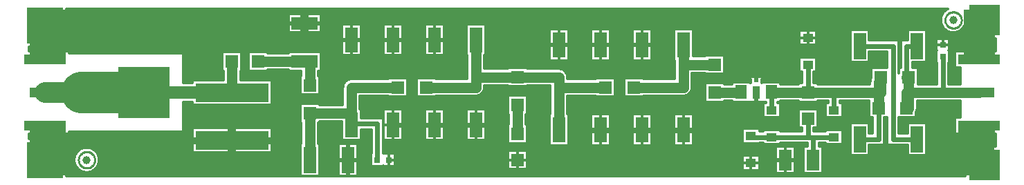
<source format=gtl>
*%FSLAX24Y24*%
*%MOIN*%
G01*
%ADD11C,0.0000*%
%ADD12C,0.0050*%
%ADD13C,0.0060*%
%ADD14C,0.0073*%
%ADD15C,0.0080*%
%ADD16C,0.0098*%
%ADD17C,0.0100*%
%ADD18C,0.0120*%
%ADD19C,0.0160*%
%ADD20C,0.0200*%
%ADD21C,0.0200*%
%ADD22C,0.0240*%
%ADD23C,0.0250*%
%ADD24C,0.0300*%
%ADD25C,0.0300*%
%ADD26C,0.0340*%
%ADD27C,0.0360*%
%ADD28C,0.0394*%
%ADD29C,0.0400*%
%ADD30C,0.0434*%
%ADD31C,0.0440*%
%ADD32C,0.0500*%
%ADD33C,0.0500*%
%ADD34C,0.0540*%
%ADD35C,0.0600*%
%ADD36C,0.0680*%
%ADD37C,0.0700*%
%ADD38C,0.0750*%
%ADD39C,0.0790*%
%ADD40C,0.0827*%
%ADD41C,0.1000*%
%ADD42C,0.1250*%
%ADD43C,0.1450*%
%ADD44C,0.2000*%
%ADD45C,0.2250*%
%ADD46R,0.0200X0.0200*%
%ADD47R,0.0200X0.0500*%
%ADD48R,0.0200X0.0650*%
%ADD49R,0.0200X0.1600*%
%ADD50R,0.0280X0.0600*%
%ADD51R,0.0300X0.0300*%
%ADD52R,0.0300X0.0300*%
%ADD53R,0.0320X0.0560*%
%ADD54R,0.0320X0.0640*%
%ADD55R,0.0340X0.0340*%
%ADD56R,0.0360X0.0600*%
%ADD57R,0.0400X0.0400*%
%ADD58R,0.0400X0.0640*%
%ADD59R,0.0500X0.0400*%
%ADD60R,0.0500X0.0500*%
%ADD61R,0.0500X0.0500*%
%ADD62R,0.0500X0.1200*%
%ADD63R,0.0540X0.0440*%
%ADD64R,0.0540X0.0960*%
%ADD65R,0.0540X0.1140*%
%ADD66R,0.0550X0.0650*%
%ADD67R,0.0591X0.1260*%
%ADD68R,0.0600X0.0600*%
%ADD69R,0.0600X0.0600*%
%ADD70R,0.0600X0.1000*%
%ADD71R,0.0600X0.1200*%
%ADD72R,0.0600X0.1250*%
%ADD73R,0.0631X0.1300*%
%ADD74R,0.0640X0.0640*%
%ADD75R,0.0640X0.1040*%
%ADD76R,0.0640X0.1240*%
%ADD77R,0.0640X0.1290*%
%ADD78R,0.0750X0.0400*%
%ADD79R,0.0800X0.0750*%
%ADD80R,0.0800X0.0800*%
%ADD81R,0.0800X0.1250*%
%ADD82R,0.0850X0.0500*%
%ADD83R,0.0890X0.0540*%
%ADD84R,0.0900X0.0900*%
%ADD85R,0.0940X0.0940*%
%ADD86R,0.1000X0.0500*%
%ADD87R,0.1000X0.1000*%
%ADD88R,0.1040X0.0540*%
%ADD89R,0.1200X0.0500*%
%ADD90R,0.1250X0.0600*%
%ADD91R,0.1290X0.0640*%
%ADD92R,0.1400X0.1400*%
%ADD93R,0.1500X0.0500*%
%ADD94R,0.1500X0.1500*%
%ADD95R,0.1500X0.1500*%
%ADD96R,0.1540X0.0540*%
%ADD97R,0.1540X0.1540*%
%ADD98R,0.1700X0.1700*%
%ADD99R,0.1750X0.1750*%
%ADD100R,0.1790X0.1790*%
%ADD101R,0.1900X0.1900*%
%ADD102R,0.2400X0.1600*%
%ADD103R,0.2500X0.2500*%
%ADD104R,0.2500X0.2500*%
D16*
X71914Y33190D02*
X71912Y33157D01*
X71908Y33124D01*
X71901Y33092D01*
X71892Y33061D01*
X71880Y33030D01*
X71865Y33000D01*
X71848Y32972D01*
X71829Y32945D01*
X71807Y32920D01*
X71783Y32897D01*
X71758Y32876D01*
X71731Y32858D01*
X71702Y32841D01*
X71673Y32827D01*
X71642Y32816D01*
X71610Y32807D01*
X71578Y32801D01*
X71545Y32797D01*
X71512Y32796D01*
X71479Y32798D01*
X71446Y32803D01*
X71414Y32811D01*
X71383Y32821D01*
X71352Y32834D01*
X71323Y32849D01*
X71295Y32867D01*
X71269Y32887D01*
X71245Y32909D01*
X71222Y32933D01*
X71201Y32959D01*
X71183Y32986D01*
X71167Y33015D01*
X71154Y33045D01*
X71143Y33076D01*
X71135Y33108D01*
X71129Y33141D01*
X71127Y33174D01*
Y33206D01*
X71129Y33239D01*
X71135Y33272D01*
X71143Y33304D01*
X71154Y33335D01*
X71167Y33365D01*
X71183Y33394D01*
X71201Y33421D01*
X71222Y33447D01*
X71245Y33471D01*
X71269Y33493D01*
X71295Y33513D01*
X71323Y33531D01*
X71352Y33546D01*
X71383Y33559D01*
X71414Y33569D01*
X71446Y33577D01*
X71479Y33582D01*
X71512Y33584D01*
X71545Y33583D01*
X71578Y33579D01*
X71610Y33573D01*
X71642Y33564D01*
X71673Y33553D01*
X71702Y33539D01*
X71731Y33522D01*
X71758Y33504D01*
X71783Y33483D01*
X71807Y33460D01*
X71829Y33435D01*
X71848Y33408D01*
X71865Y33380D01*
X71880Y33350D01*
X71892Y33319D01*
X71901Y33288D01*
X71908Y33256D01*
X71912Y33223D01*
X71914Y33190D01*
X30164Y26440D02*
X30162Y26407D01*
X30158Y26374D01*
X30151Y26342D01*
X30142Y26311D01*
X30130Y26280D01*
X30115Y26250D01*
X30098Y26222D01*
X30079Y26195D01*
X30057Y26170D01*
X30033Y26147D01*
X30008Y26126D01*
X29981Y26108D01*
X29952Y26091D01*
X29923Y26077D01*
X29892Y26066D01*
X29860Y26057D01*
X29828Y26051D01*
X29795Y26047D01*
X29762Y26046D01*
X29729Y26048D01*
X29696Y26053D01*
X29664Y26061D01*
X29633Y26071D01*
X29602Y26084D01*
X29573Y26099D01*
X29545Y26117D01*
X29519Y26137D01*
X29495Y26159D01*
X29472Y26183D01*
X29451Y26209D01*
X29433Y26236D01*
X29417Y26265D01*
X29404Y26295D01*
X29393Y26326D01*
X29385Y26358D01*
X29379Y26391D01*
X29377Y26424D01*
Y26456D01*
X29379Y26489D01*
X29385Y26522D01*
X29393Y26554D01*
X29404Y26585D01*
X29417Y26615D01*
X29433Y26644D01*
X29451Y26671D01*
X29472Y26697D01*
X29495Y26721D01*
X29519Y26743D01*
X29545Y26763D01*
X29573Y26781D01*
X29602Y26796D01*
X29633Y26809D01*
X29664Y26819D01*
X29696Y26827D01*
X29729Y26832D01*
X29762Y26834D01*
X29795Y26833D01*
X29828Y26829D01*
X29860Y26823D01*
X29892Y26814D01*
X29923Y26803D01*
X29952Y26789D01*
X29981Y26772D01*
X30008Y26754D01*
X30033Y26733D01*
X30057Y26710D01*
X30079Y26685D01*
X30098Y26658D01*
X30115Y26630D01*
X30130Y26600D01*
X30142Y26569D01*
X30151Y26538D01*
X30158Y26506D01*
X30162Y26473D01*
X30164Y26440D01*
D18*
X27020Y31700D02*
Y31905D01*
Y27680D02*
Y27475D01*
X27120Y31700D02*
Y31905D01*
Y27680D02*
Y27475D01*
X27220Y31700D02*
Y31905D01*
Y27680D02*
Y27475D01*
X27320Y31700D02*
Y31905D01*
Y27680D02*
Y27475D01*
X27420Y31700D02*
Y31905D01*
Y27680D02*
Y27475D01*
X27520Y31700D02*
Y31905D01*
Y27680D02*
Y27475D01*
X27620Y31700D02*
Y31905D01*
Y27680D02*
Y27475D01*
X27720Y31700D02*
Y31905D01*
Y27680D02*
Y27475D01*
X27820Y31700D02*
Y31905D01*
Y27680D02*
Y27475D01*
X27920Y31700D02*
Y31905D01*
Y27680D02*
Y27475D01*
X28020Y31700D02*
Y31905D01*
Y27680D02*
Y27475D01*
X28120Y31700D02*
Y31905D01*
Y27680D02*
Y27475D01*
X28220Y31700D02*
Y31905D01*
Y27680D02*
Y27475D01*
X28320Y31700D02*
Y31905D01*
Y27680D02*
Y27475D01*
X28420Y31700D02*
Y31905D01*
Y27680D02*
Y27475D01*
X28520Y31700D02*
Y31905D01*
Y27680D02*
Y27475D01*
X28620Y31700D02*
Y31905D01*
Y27680D02*
Y27475D01*
X28720Y31700D02*
Y31905D01*
Y27680D02*
Y27475D01*
X28820Y31905D02*
Y33730D01*
Y31905D02*
Y31700D01*
Y27680D02*
Y27475D01*
Y25650D01*
X26980Y31700D02*
Y31905D01*
Y27680D02*
Y27475D01*
X28805D02*
Y25650D01*
Y31905D02*
Y33730D01*
X27270Y31700D02*
Y31290D01*
Y28090D02*
Y27680D01*
X27770Y31905D02*
Y32940D01*
Y27475D02*
Y26440D01*
X28920Y31905D02*
Y33730D01*
Y31905D02*
Y31700D01*
Y27680D02*
Y27475D01*
Y25650D01*
X29020Y31700D02*
Y33730D01*
Y27680D02*
Y25650D01*
X29120Y31600D02*
Y33730D01*
Y27780D02*
Y25650D01*
X29220Y31600D02*
Y33730D01*
Y27780D02*
Y26687D01*
Y26193D02*
Y25650D01*
X29320Y31600D02*
Y33730D01*
Y27780D02*
Y26841D01*
Y26039D02*
Y25650D01*
X29420Y31600D02*
Y33730D01*
Y27780D02*
Y26931D01*
Y25949D02*
Y25650D01*
X29520Y31600D02*
Y33730D01*
Y27780D02*
Y26989D01*
Y25891D02*
Y25650D01*
X29620Y31600D02*
Y33730D01*
Y27780D02*
Y27024D01*
Y25856D02*
Y25650D01*
X29720Y31600D02*
Y33730D01*
Y27780D02*
Y27041D01*
Y25839D02*
Y25650D01*
X29820Y31600D02*
Y33730D01*
Y27780D02*
Y27041D01*
Y25839D02*
Y25650D01*
X29920Y31600D02*
Y33730D01*
Y27780D02*
Y27024D01*
Y25856D02*
Y25650D01*
X30020Y31600D02*
Y33730D01*
Y27780D02*
Y26989D01*
Y25891D02*
Y25650D01*
X30120Y31600D02*
Y33730D01*
Y27780D02*
Y26931D01*
Y25949D02*
Y25650D01*
X30220Y31600D02*
Y33730D01*
Y27780D02*
Y26841D01*
Y26039D02*
Y25650D01*
X30320Y31600D02*
Y33730D01*
Y27780D02*
Y26687D01*
Y26193D02*
Y25650D01*
X30420Y31600D02*
Y33730D01*
Y27780D02*
Y25650D01*
X30520Y31600D02*
Y33730D01*
Y27780D02*
Y25650D01*
X30620Y31600D02*
Y33730D01*
Y27780D02*
Y25650D01*
X30720Y31600D02*
Y33730D01*
Y27780D02*
Y25650D01*
X30820Y31600D02*
Y33730D01*
Y27780D02*
Y25650D01*
X28930Y27680D02*
Y27780D01*
Y31600D02*
Y31700D01*
X30920Y31600D02*
Y33730D01*
Y27780D02*
Y25650D01*
X31020Y31600D02*
Y33730D01*
Y27780D02*
Y25650D01*
X31120Y31600D02*
Y33730D01*
Y27780D02*
Y25650D01*
X31220Y31600D02*
Y33730D01*
Y27780D02*
Y25650D01*
X31320Y31600D02*
Y33730D01*
Y27780D02*
Y25650D01*
X31420Y31600D02*
Y33730D01*
Y27780D02*
Y25650D01*
X31520Y31600D02*
Y33730D01*
Y27780D02*
Y25650D01*
X31620Y31600D02*
Y33730D01*
Y27780D02*
Y25650D01*
X31720Y31600D02*
Y33730D01*
Y27780D02*
Y25650D01*
X31820Y31600D02*
Y33730D01*
Y27780D02*
Y25650D01*
X31920Y31600D02*
Y33730D01*
Y27780D02*
Y25650D01*
X32020Y31600D02*
Y33730D01*
Y27780D02*
Y25650D01*
X32120Y31600D02*
Y33730D01*
Y27780D02*
Y25650D01*
X32220Y31600D02*
Y33730D01*
Y27780D02*
Y25650D01*
X32320Y31600D02*
Y33730D01*
Y27780D02*
Y25650D01*
X32420Y31600D02*
Y33730D01*
Y27780D02*
Y25650D01*
X32520Y31600D02*
Y33730D01*
Y27780D02*
Y25650D01*
X32620Y31600D02*
Y33730D01*
Y27780D02*
Y25650D01*
X32720Y31600D02*
Y33730D01*
Y27780D02*
Y25650D01*
X32820Y31600D02*
Y33730D01*
Y27780D02*
Y25650D01*
X32920Y31600D02*
Y33730D01*
Y27780D02*
Y25650D01*
X33020Y31600D02*
Y33730D01*
Y27780D02*
Y25650D01*
X33120Y31600D02*
Y33730D01*
Y27780D02*
Y25650D01*
X33220Y31600D02*
Y33730D01*
Y27780D02*
Y25650D01*
X33320Y31600D02*
Y33730D01*
Y27780D02*
Y25650D01*
X33420Y31600D02*
Y33730D01*
Y27780D02*
Y25650D01*
X33520Y31600D02*
Y33730D01*
Y27780D02*
Y25650D01*
X33620Y31600D02*
Y33730D01*
Y27780D02*
Y25650D01*
X33720Y31600D02*
Y33730D01*
Y27780D02*
Y25650D01*
X33820Y31600D02*
Y33730D01*
Y27780D02*
Y25650D01*
X33920Y31600D02*
Y33730D01*
Y27780D02*
Y25650D01*
X34020Y31600D02*
Y33730D01*
Y27780D02*
Y25650D01*
X34120Y31600D02*
Y33730D01*
Y27780D02*
Y25650D01*
X34220Y31600D02*
Y33730D01*
Y27780D02*
Y25650D01*
X34320Y31600D02*
Y33730D01*
Y27780D02*
Y25650D01*
X34420Y31600D02*
Y33730D01*
Y27780D02*
Y25650D01*
X34520Y31600D02*
Y33730D01*
Y31600D02*
Y31350D01*
Y30930D01*
Y30150D01*
Y29230D02*
Y27780D01*
Y25650D01*
X34620Y30150D02*
Y33730D01*
Y29230D02*
Y25650D01*
X34720Y30300D02*
Y33730D01*
Y30300D02*
Y30150D01*
Y29230D02*
Y29080D01*
Y28000D01*
Y26780D01*
Y25650D01*
X34430Y27780D02*
Y29230D01*
Y30150D02*
Y30930D01*
Y31350D02*
Y31600D01*
Y31350D02*
Y30930D01*
Y30870D01*
X34820Y30300D02*
Y33730D01*
Y30300D02*
Y30150D01*
Y29230D02*
Y29080D01*
Y28000D01*
Y26780D01*
Y25650D01*
X34920Y30300D02*
Y33730D01*
Y29080D02*
Y28000D01*
Y26780D02*
Y25650D01*
X35020Y30300D02*
Y33730D01*
Y29080D02*
Y28000D01*
Y26780D02*
Y25650D01*
X35120Y30300D02*
Y33730D01*
Y29080D02*
Y28000D01*
Y26780D02*
Y25650D01*
X35220Y30300D02*
Y33730D01*
Y29080D02*
Y28000D01*
Y26780D02*
Y25650D01*
X35320Y30300D02*
Y33730D01*
Y29080D02*
Y28000D01*
Y26780D02*
Y25650D01*
X35420Y30300D02*
Y33730D01*
Y29080D02*
Y28000D01*
Y26780D02*
Y25650D01*
X35520Y30300D02*
Y33730D01*
Y29080D02*
Y28000D01*
Y26780D02*
Y25650D01*
X35620Y30300D02*
Y33730D01*
Y29080D02*
Y28000D01*
Y26780D02*
Y25650D01*
X35720Y30300D02*
Y33730D01*
Y29080D02*
Y28000D01*
Y26780D02*
Y25650D01*
X35820Y30300D02*
Y33730D01*
Y29080D02*
Y28000D01*
Y26780D02*
Y25650D01*
X35920Y30300D02*
Y33730D01*
Y29080D02*
Y28000D01*
Y26780D02*
Y25650D01*
X36020Y30300D02*
Y33730D01*
Y29080D02*
Y28000D01*
Y26780D02*
Y25650D01*
X36120Y30300D02*
Y33730D01*
Y29080D02*
Y28000D01*
Y26780D02*
Y25650D01*
X36220Y31650D02*
Y33730D01*
Y31650D02*
Y30730D01*
Y30300D01*
Y29080D02*
Y28000D01*
Y26780D02*
Y25650D01*
X36320Y31650D02*
Y33730D01*
Y30730D02*
Y30300D01*
Y29080D02*
Y28000D01*
Y26780D02*
Y25650D01*
X36420Y31650D02*
Y33730D01*
Y29080D02*
Y28000D01*
Y26780D02*
Y25650D01*
X36520Y31650D02*
Y33730D01*
Y29080D02*
Y28000D01*
Y26780D02*
Y25650D01*
X36620Y31650D02*
Y33730D01*
Y29080D02*
Y28000D01*
Y26780D02*
Y25650D01*
X36720Y31650D02*
Y33730D01*
Y29080D02*
Y28000D01*
Y26780D02*
Y25650D01*
X36360Y30300D02*
Y30730D01*
X36310D02*
Y31650D01*
X34860Y30300D02*
Y30150D01*
Y29230D02*
Y29080D01*
Y28000D02*
Y26780D01*
X36820Y31650D02*
Y33730D01*
Y29080D02*
Y28000D01*
Y26780D02*
Y25650D01*
X36920Y31650D02*
Y33730D01*
Y29080D02*
Y28000D01*
Y26780D02*
Y25650D01*
X37020Y31650D02*
Y33730D01*
Y29080D02*
Y28000D01*
Y26780D02*
Y25650D01*
X37120Y31650D02*
Y33730D01*
Y29080D02*
Y28000D01*
Y26780D02*
Y25650D01*
X37220Y31650D02*
Y33730D01*
Y30730D02*
Y30300D01*
Y29080D02*
Y28000D01*
Y26780D02*
Y25650D01*
X37320Y31650D02*
Y33730D01*
Y31650D02*
Y30730D01*
Y30300D01*
Y29080D02*
Y28000D01*
Y26780D02*
Y25650D01*
X37420Y31650D02*
Y33730D01*
Y31650D02*
Y30730D01*
Y30300D01*
Y29080D02*
Y28000D01*
Y26780D02*
Y25650D01*
X37520Y31650D02*
Y33730D01*
Y31650D02*
Y30730D01*
Y30300D01*
Y29080D02*
Y28000D01*
Y26780D02*
Y25650D01*
X37620Y31650D02*
Y33730D01*
Y30730D02*
Y30300D01*
Y29080D02*
Y28000D01*
Y26780D02*
Y25650D01*
X37720Y31650D02*
Y33730D01*
Y30730D02*
Y30300D01*
Y29080D02*
Y28000D01*
Y26780D02*
Y25650D01*
X37820Y31650D02*
Y33730D01*
Y30730D02*
Y30300D01*
Y29080D02*
Y28000D01*
Y26780D02*
Y25650D01*
X37920Y31650D02*
Y33730D01*
Y30730D02*
Y30300D01*
Y29080D02*
Y28000D01*
Y26780D02*
Y25650D01*
X38020Y31650D02*
Y33730D01*
Y30730D02*
Y30300D01*
Y29080D02*
Y28000D01*
Y26780D02*
Y25650D01*
X38120Y31650D02*
Y33730D01*
Y30730D02*
Y30300D01*
Y29080D02*
Y28000D01*
Y26780D02*
Y25650D01*
X38220Y31650D02*
Y33730D01*
Y30730D02*
Y30300D01*
Y29080D02*
Y28000D01*
Y26780D02*
Y25650D01*
X38320Y31650D02*
Y33730D01*
Y30730D02*
Y30300D01*
Y29080D02*
Y28000D01*
Y26780D02*
Y25650D01*
X38420Y31650D02*
Y33730D01*
Y30730D02*
Y30300D01*
Y29080D02*
Y28000D01*
Y26780D02*
Y25650D01*
X38520Y31650D02*
Y33730D01*
Y30730D02*
Y30300D01*
Y29080D02*
Y28000D01*
Y26780D02*
Y25650D01*
X38620Y31650D02*
Y33730D01*
Y30730D02*
Y30300D01*
Y29080D02*
Y28000D01*
Y26780D02*
Y25650D01*
X37180Y30300D02*
Y30730D01*
X37230D02*
Y31650D01*
X38480D02*
Y31600D01*
Y30780D02*
Y30730D01*
X37560D02*
Y31650D01*
X38680Y30300D02*
Y29080D01*
Y28000D02*
Y26780D01*
X38720Y31600D02*
Y33730D01*
Y30780D02*
Y30300D01*
Y29080D01*
Y28000D01*
Y26780D01*
Y25650D01*
X38820Y31600D02*
Y33730D01*
Y30780D02*
Y30300D01*
Y29080D01*
Y28000D01*
Y26780D01*
Y25650D01*
X38920Y31600D02*
Y33730D01*
Y30780D02*
Y25650D01*
X39020Y31600D02*
Y33730D01*
Y30780D02*
Y25650D01*
X39120Y31600D02*
Y33730D01*
Y30780D02*
Y25650D01*
X39220Y31600D02*
Y33730D01*
Y30780D02*
Y25650D01*
X39320Y33500D02*
Y33730D01*
Y33500D02*
Y32580D01*
Y31650D01*
Y30730D02*
Y25650D01*
X39420Y33500D02*
Y33730D01*
Y33500D02*
Y32580D01*
Y31650D01*
Y30730D02*
Y25650D01*
X39520Y33500D02*
Y33730D01*
Y32580D02*
Y31650D01*
Y30730D02*
Y25650D01*
X39620Y33500D02*
Y33730D01*
Y32580D02*
Y31650D01*
Y30730D02*
Y25650D01*
X39720Y33500D02*
Y33730D01*
Y32580D02*
Y31650D01*
Y30730D02*
Y25650D01*
X39820Y33500D02*
Y33730D01*
Y32580D02*
Y31650D01*
Y30730D02*
Y25650D01*
X39920Y33500D02*
Y33730D01*
Y32580D02*
Y31650D01*
Y30730D02*
Y30500D01*
Y29580D01*
Y29150D01*
Y28230D01*
Y27225D01*
Y25655D01*
X40020Y33500D02*
Y33730D01*
Y32580D02*
Y31650D01*
Y30730D02*
Y30500D01*
Y29580D01*
Y29150D01*
Y28230D01*
Y27225D01*
Y25655D01*
X40120Y33500D02*
Y33730D01*
Y32580D02*
Y31650D01*
Y29580D02*
Y29150D01*
X40220Y33500D02*
Y33730D01*
Y32580D02*
Y31650D01*
Y29580D02*
Y29150D01*
X40320Y33500D02*
Y33730D01*
Y32580D02*
Y31650D01*
Y29580D02*
Y29150D01*
X40420Y33500D02*
Y33730D01*
Y32580D02*
Y31650D01*
Y29580D02*
Y29150D01*
X40520Y33500D02*
Y33730D01*
Y32580D02*
Y31650D01*
Y29580D02*
Y29150D01*
X40620Y33500D02*
Y33730D01*
Y32580D02*
Y31650D01*
Y29580D02*
Y29150D01*
X40110Y30500D02*
Y30730D01*
Y28230D02*
Y27225D01*
X40060D02*
Y25655D01*
Y25650D01*
Y28230D02*
Y29150D01*
Y29580D02*
Y30500D01*
X39485Y31600D02*
Y31650D01*
Y30780D02*
Y30730D01*
Y32580D02*
Y33500D01*
X40270Y33040D02*
Y32255D01*
X40720Y33500D02*
Y33730D01*
Y32580D02*
Y31650D01*
Y29580D02*
Y29150D01*
X40820Y33500D02*
Y33730D01*
Y32580D02*
Y31650D01*
Y29580D02*
Y29150D01*
X40920Y33500D02*
Y33730D01*
Y32580D02*
Y31650D01*
Y29580D02*
Y29150D01*
X41020Y33500D02*
Y33730D01*
Y32580D02*
Y31650D01*
Y30730D02*
Y30500D01*
Y29580D01*
Y29150D01*
Y28230D02*
Y27225D01*
Y25655D01*
X41120Y33500D02*
Y33730D01*
Y33500D02*
Y32580D01*
Y31650D01*
Y30730D01*
Y30500D01*
Y29580D01*
Y29150D01*
Y28230D02*
Y27225D01*
Y25655D01*
X41220Y33500D02*
Y33730D01*
Y33500D02*
Y32580D01*
Y31650D01*
Y30730D01*
Y29100D01*
Y28280D02*
Y25650D01*
X41320Y29100D02*
Y33730D01*
Y28280D02*
Y25650D01*
X41420Y29100D02*
Y33730D01*
Y28280D02*
Y25650D01*
X41520Y29100D02*
Y33730D01*
Y28280D02*
Y25650D01*
X41620Y29100D02*
Y33730D01*
Y28280D02*
Y25650D01*
X41720Y29100D02*
Y33730D01*
Y28280D02*
Y25650D01*
X41820Y29100D02*
Y33730D01*
Y28280D02*
Y27225D01*
Y25655D01*
X41920Y33000D02*
Y33730D01*
Y33000D02*
Y31480D01*
Y29100D01*
Y28280D02*
Y27380D01*
Y27225D01*
X42020Y33000D02*
Y33730D01*
Y33000D02*
Y31480D01*
Y29100D01*
Y28280D02*
Y27380D01*
Y27225D01*
X42120Y33000D02*
Y33730D01*
Y31480D02*
Y30030D01*
Y27380D02*
Y27225D01*
X42220Y33000D02*
Y33730D01*
Y31480D02*
Y30219D01*
Y27380D02*
Y27225D01*
X42320Y33000D02*
Y33730D01*
Y31480D02*
Y30298D01*
Y27380D02*
Y27225D01*
X42420Y33000D02*
Y33730D01*
Y31480D02*
Y30350D01*
Y27380D02*
Y27225D01*
X42520Y33000D02*
Y33730D01*
Y31480D02*
Y30350D01*
Y27380D02*
Y27225D01*
X40930Y30500D02*
Y30730D01*
Y28230D02*
Y27225D01*
X42110Y29100D02*
Y29940D01*
X42060Y31480D02*
Y33000D01*
Y28280D02*
Y27380D01*
X40980Y27225D02*
Y25655D01*
Y25650D01*
X41910Y25655D02*
Y27225D01*
Y25655D02*
Y25650D01*
X40980Y29100D02*
Y29150D01*
Y28280D02*
Y28230D01*
Y29580D02*
Y30500D01*
X41055Y30730D02*
Y31650D01*
Y32580D02*
Y33500D01*
X42370Y26440D02*
Y25655D01*
Y26440D02*
Y27225D01*
X42520Y31480D02*
Y32240D01*
Y33000D01*
X42620D02*
Y33730D01*
Y31480D02*
Y30350D01*
Y27380D02*
Y27225D01*
X42720Y33000D02*
Y33730D01*
Y31480D02*
Y30350D01*
Y27380D02*
Y27225D01*
X42820Y33000D02*
Y33730D01*
Y31480D02*
Y30350D01*
Y27380D02*
Y27225D01*
X42920Y33000D02*
Y33730D01*
Y31480D02*
Y30350D01*
Y27380D02*
Y27225D01*
Y25655D01*
X43020Y33000D02*
Y33730D01*
Y33000D02*
Y31480D01*
Y30350D01*
Y29530D02*
Y28900D01*
Y28470D01*
Y27910D02*
Y27380D01*
Y25650D01*
X43120Y33000D02*
Y33730D01*
Y33000D02*
Y31480D01*
Y30350D01*
Y29530D02*
Y28900D01*
Y28470D01*
Y27910D02*
Y27380D01*
Y25650D01*
X43220Y30350D02*
Y33730D01*
Y29530D02*
Y28470D01*
Y27910D02*
Y25650D01*
X43320Y30350D02*
Y33730D01*
Y29530D02*
Y28470D01*
Y27910D02*
Y26750D01*
Y26160D01*
Y26130D02*
Y25650D01*
X43420Y30350D02*
Y33730D01*
Y29530D02*
Y28470D01*
Y27910D02*
Y26750D01*
Y26160D01*
Y26130D02*
Y25650D01*
X43520Y30350D02*
Y33730D01*
Y29530D02*
Y28470D01*
Y26130D02*
Y25650D01*
X43620Y30350D02*
Y33730D01*
Y29530D02*
Y28470D01*
Y26130D02*
Y25650D01*
X43720Y30350D02*
Y33730D01*
Y29530D02*
Y28470D01*
Y26130D02*
Y25650D01*
X43820Y30350D02*
Y33730D01*
Y29530D02*
Y28470D01*
Y26130D02*
Y25650D01*
X43920Y33000D02*
Y33730D01*
Y33000D02*
Y31480D01*
Y30350D01*
Y29530D02*
Y28900D01*
Y28470D01*
Y26130D02*
Y25650D01*
X44020Y33000D02*
Y33730D01*
Y33000D02*
Y31480D01*
Y30350D01*
Y29530D02*
Y28900D01*
Y28470D01*
Y26130D02*
Y25650D01*
X44120Y33000D02*
Y33730D01*
Y31480D02*
Y30350D01*
Y29530D02*
Y28900D01*
Y27380D02*
Y26750D01*
Y26130D02*
Y25650D01*
X44220Y33000D02*
Y33730D01*
Y31480D02*
Y30400D01*
Y29480D02*
Y28900D01*
Y27380D02*
Y26750D01*
Y26130D02*
Y25650D01*
X44320Y33000D02*
Y33730D01*
Y31480D02*
Y30400D01*
Y29480D02*
Y28900D01*
Y27380D02*
Y26750D01*
Y26130D02*
Y25650D01*
X44420Y33000D02*
Y33730D01*
Y31480D02*
Y30400D01*
Y29480D02*
Y28900D01*
Y27380D02*
Y26750D01*
Y26130D02*
Y25650D01*
X44520Y33000D02*
Y33730D01*
Y31480D02*
Y30400D01*
Y29480D02*
Y28900D01*
Y27380D02*
Y26750D01*
Y26130D02*
Y25650D01*
X42930Y28900D02*
Y29530D01*
X44050Y27910D02*
Y27380D01*
Y26750D01*
Y26160D02*
Y26130D01*
X43490Y26750D02*
Y27910D01*
Y26160D02*
Y26130D01*
X44050Y27910D02*
Y28470D01*
X42980Y31480D02*
Y33000D01*
X44060Y28900D02*
Y28470D01*
Y27910D01*
Y27380D01*
Y31480D02*
Y33000D01*
X42980Y28900D02*
Y28470D01*
Y27910D02*
Y27380D01*
X44310Y30350D02*
Y30400D01*
Y29530D02*
Y29480D01*
X43460Y26750D02*
Y26160D01*
Y26130D01*
X42830Y25655D02*
Y27225D01*
Y25655D02*
Y25650D01*
X44320Y26130D02*
Y26440D01*
Y26750D01*
X44520Y31480D02*
Y32240D01*
Y33000D01*
Y28140D02*
Y27380D01*
Y28140D02*
Y28900D01*
X44620Y33000D02*
Y33730D01*
Y31480D02*
Y30400D01*
Y29480D02*
Y28900D01*
Y27380D02*
Y26750D01*
Y26130D02*
Y25650D01*
X44720Y33000D02*
Y33730D01*
Y31480D02*
Y30400D01*
Y29480D02*
Y28900D01*
Y27380D02*
Y26750D01*
Y26130D01*
Y25650D01*
X44820Y33000D02*
Y33730D01*
Y31480D02*
Y30400D01*
Y29480D02*
Y28900D01*
Y27380D02*
Y25650D01*
X44920Y33000D02*
Y33730D01*
Y31480D02*
Y30400D01*
Y29480D02*
Y28900D01*
Y27380D02*
Y25650D01*
X45020Y33000D02*
Y33730D01*
Y33000D02*
Y31480D01*
Y30400D01*
Y29480D02*
Y28900D01*
Y27380D01*
Y25650D01*
X45120Y33000D02*
Y33730D01*
Y33000D02*
Y31480D01*
Y30400D01*
Y29480D02*
Y28900D01*
Y27380D01*
Y25650D01*
X45220Y30400D02*
Y33730D01*
Y29480D02*
Y25650D01*
X45320Y30400D02*
Y33730D01*
Y30400D02*
Y29480D01*
Y25650D01*
X45420D02*
Y33730D01*
X45520D02*
Y30400D01*
Y29480D01*
Y25650D01*
X45620Y30400D02*
Y33730D01*
Y30400D02*
Y29480D01*
Y25650D01*
X45720Y30400D02*
Y33730D01*
Y29480D02*
Y25650D01*
X45820Y30400D02*
Y33730D01*
Y29480D02*
Y25650D01*
X45920Y33000D02*
Y33730D01*
Y33000D02*
Y31480D01*
Y30400D01*
Y29480D02*
Y28900D01*
Y27380D01*
Y25650D01*
X46020Y33000D02*
Y33730D01*
Y33000D02*
Y31480D01*
Y30400D01*
Y29480D02*
Y28900D01*
Y27380D01*
Y25650D01*
X46120Y33000D02*
Y33730D01*
Y31480D02*
Y30400D01*
Y29480D02*
Y28900D01*
Y27380D02*
Y25650D01*
X46220Y33000D02*
Y33730D01*
Y31480D02*
Y30400D01*
Y29480D02*
Y28900D01*
Y27380D02*
Y25650D01*
X46320Y33000D02*
Y33730D01*
Y31480D02*
Y30400D01*
Y29480D02*
Y28900D01*
Y27380D02*
Y25650D01*
X46420Y33000D02*
Y33730D01*
Y31480D02*
Y30400D01*
Y29480D02*
Y28900D01*
Y27380D02*
Y25650D01*
X44980Y27380D02*
Y28900D01*
X46060D02*
Y27380D01*
Y31480D02*
Y33000D01*
X44980D02*
Y31480D01*
X45660Y30400D02*
Y29480D01*
X45230D02*
Y30400D01*
X44630Y26750D02*
Y26130D01*
X46520Y33000D02*
Y33730D01*
Y31480D02*
Y30400D01*
Y29480D02*
Y28900D01*
Y27380D02*
Y25650D01*
X46620Y33000D02*
Y33730D01*
Y31480D02*
Y30400D01*
Y29480D02*
Y28900D01*
Y27380D02*
Y25650D01*
X46720Y33000D02*
Y33730D01*
Y31480D02*
Y30400D01*
Y29480D02*
Y28900D01*
Y27380D02*
Y25650D01*
X46820Y33000D02*
Y33730D01*
Y31480D02*
Y30350D01*
Y29530D02*
Y28900D01*
Y27380D02*
Y25650D01*
X46920Y33000D02*
Y33730D01*
Y31480D02*
Y30350D01*
Y29530D02*
Y28900D01*
Y27380D02*
Y25650D01*
X47020Y33000D02*
Y33730D01*
Y33000D02*
Y31480D01*
Y30350D01*
Y29530D02*
Y28900D01*
Y27380D01*
Y25650D01*
X47120Y33000D02*
Y33730D01*
Y33000D02*
Y31480D01*
Y30350D01*
Y29530D02*
Y28900D01*
Y27380D01*
Y25650D01*
X47220Y30350D02*
Y33730D01*
Y29530D02*
Y25650D01*
X47320Y30350D02*
Y33730D01*
Y29530D02*
Y25650D01*
X47420Y30350D02*
Y33730D01*
Y29530D02*
Y25650D01*
X47520Y30350D02*
Y33730D01*
Y29530D02*
Y25650D01*
X47620Y30350D02*
Y33730D01*
Y29530D02*
Y25650D01*
X47720Y30350D02*
Y33730D01*
Y29530D02*
Y25650D01*
X47820Y30350D02*
Y33730D01*
Y29530D02*
Y25650D01*
X47920Y33000D02*
Y33730D01*
Y33000D02*
Y31480D01*
Y30350D01*
Y29530D02*
Y28900D01*
Y27380D01*
Y25650D01*
X48020Y33000D02*
Y33730D01*
Y33000D02*
Y31480D01*
Y30350D01*
Y29530D02*
Y28900D01*
Y27380D01*
Y25650D01*
X48120Y33000D02*
Y33730D01*
Y29530D02*
Y28900D01*
Y27380D02*
Y25650D01*
X48220Y33000D02*
Y33730D01*
Y29530D02*
Y28900D01*
Y27380D02*
Y25650D01*
X48320Y33000D02*
Y33730D01*
Y29530D02*
Y28900D01*
Y27380D02*
Y25650D01*
X48420Y33000D02*
Y33730D01*
Y29530D02*
Y28900D01*
Y27380D02*
Y25650D01*
X48110Y30380D02*
Y30440D01*
Y31480D01*
Y30440D02*
Y30350D01*
X46980Y28900D02*
Y27380D01*
X48060D02*
Y28900D01*
X46980Y31480D02*
Y33000D01*
X48060D02*
Y31480D01*
X46580Y30400D02*
Y30350D01*
Y29530D02*
Y29480D01*
X46520Y31480D02*
Y32240D01*
Y33000D01*
Y28140D02*
Y27380D01*
Y28140D02*
Y28900D01*
X48520Y33000D02*
Y33730D01*
Y29530D02*
Y28900D01*
Y27380D02*
Y25650D01*
X48620Y33000D02*
Y33730D01*
Y29530D02*
Y28900D01*
Y27380D02*
Y25650D01*
X48720Y33000D02*
Y33730D01*
Y29582D02*
Y28900D01*
Y27380D02*
Y25650D01*
X48820Y33000D02*
Y33730D01*
Y29661D02*
Y28900D01*
Y27380D02*
Y25650D01*
X48920Y33000D02*
Y33730D01*
Y29850D02*
Y28900D01*
Y27380D02*
Y25650D01*
X49020Y33000D02*
Y33730D01*
Y33000D02*
Y31480D01*
Y30850D01*
Y30030D02*
Y28900D01*
Y27380D01*
Y25650D01*
X49120Y33000D02*
Y33730D01*
Y33000D02*
Y31480D01*
Y30850D01*
Y30030D02*
Y28900D01*
Y27380D01*
Y25650D01*
X49220Y30850D02*
Y33730D01*
Y30030D02*
Y25650D01*
X49320Y30850D02*
Y33730D01*
Y30030D02*
Y25650D01*
X49420Y30850D02*
Y33730D01*
Y30030D02*
Y25650D01*
X49520Y30850D02*
Y33730D01*
Y30030D02*
Y25650D01*
X49620Y30850D02*
Y33730D01*
Y30030D02*
Y25650D01*
X49720Y30850D02*
Y33730D01*
Y30030D02*
Y25650D01*
X49820Y30850D02*
Y33730D01*
Y30030D02*
Y25650D01*
X49920Y30900D02*
Y33730D01*
Y29980D02*
Y29550D01*
Y28630D01*
Y28150D01*
Y27230D01*
Y26900D01*
Y25980D01*
Y25650D01*
X50020Y30900D02*
Y33730D01*
Y29980D02*
Y29550D01*
Y28630D01*
Y28150D01*
Y27230D01*
Y26900D01*
Y25980D01*
Y25650D01*
X50120Y30900D02*
Y33730D01*
Y29980D02*
Y29550D01*
Y27230D02*
Y26900D01*
Y25980D02*
Y25650D01*
X50220Y30900D02*
Y33730D01*
Y29980D02*
Y29550D01*
Y27230D02*
Y26900D01*
Y25980D02*
Y25650D01*
X50320Y30900D02*
Y33730D01*
Y29980D02*
Y29550D01*
Y27230D02*
Y26900D01*
Y25980D02*
Y25650D01*
X50420Y30900D02*
Y33730D01*
Y29980D02*
Y29550D01*
Y27230D02*
Y26900D01*
Y25980D02*
Y25650D01*
X48930Y30850D02*
Y31480D01*
Y30030D02*
Y29940D01*
Y29880D01*
X50110Y28630D02*
Y28150D01*
X50060D02*
Y27230D01*
Y26900D02*
Y25980D01*
Y28630D02*
Y29550D01*
Y30850D02*
Y30900D01*
Y30030D02*
Y29980D01*
X48980Y28900D02*
Y27380D01*
Y31480D02*
Y33000D01*
X48520Y28140D02*
Y27380D01*
Y28140D02*
Y28900D01*
X50520Y30900D02*
Y33730D01*
Y29980D02*
Y29550D01*
Y27230D02*
Y26900D01*
Y25980D02*
Y25650D01*
X50620Y30900D02*
Y33730D01*
Y29980D02*
Y29550D01*
Y27230D02*
Y26900D01*
Y25980D02*
Y25650D01*
X50720Y30900D02*
Y33730D01*
Y29980D02*
Y29550D01*
Y27230D02*
Y26900D01*
Y25980D02*
Y25650D01*
X50820Y30900D02*
Y33730D01*
Y29980D02*
Y29550D01*
Y27230D02*
Y26900D01*
Y25980D02*
Y25650D01*
X50920Y30900D02*
Y33730D01*
Y29980D02*
Y29550D01*
Y27230D02*
Y26900D01*
Y25980D02*
Y25650D01*
X51020Y30900D02*
Y33730D01*
Y29980D02*
Y29550D01*
Y28630D01*
Y28150D01*
Y27230D01*
Y26900D01*
Y25980D01*
Y25650D01*
X51120Y30900D02*
Y33730D01*
Y29980D02*
Y29550D01*
Y28630D01*
Y28150D01*
Y27230D01*
Y26900D01*
Y25980D01*
Y25650D01*
X51220Y30850D02*
Y33730D01*
Y30030D02*
Y25650D01*
X51320Y30850D02*
Y33730D01*
Y30030D02*
Y25650D01*
X51420Y30850D02*
Y33730D01*
Y30030D02*
Y25650D01*
X51520Y30850D02*
Y33730D01*
Y30030D02*
Y25650D01*
X51620Y30850D02*
Y33730D01*
Y30030D02*
Y25650D01*
X51720Y30850D02*
Y33730D01*
Y30030D02*
Y25650D01*
X51820Y30850D02*
Y33730D01*
Y30030D02*
Y25650D01*
X51920Y32750D02*
Y33730D01*
Y32750D02*
Y31230D01*
Y30850D01*
Y30030D02*
Y28650D01*
Y27130D01*
Y25650D01*
X52020Y32750D02*
Y33730D01*
Y32750D02*
Y31230D01*
Y30850D01*
Y30030D02*
Y28650D01*
Y27130D01*
Y25650D01*
X52120Y32750D02*
Y33730D01*
Y31230D02*
Y30850D01*
Y27130D02*
Y25650D01*
X52220Y32750D02*
Y33730D01*
Y31230D02*
Y30850D01*
Y27130D02*
Y25650D01*
X52320Y32750D02*
Y33730D01*
Y31230D02*
Y30850D01*
Y27130D02*
Y25650D01*
X50930Y28150D02*
Y28630D01*
X52110Y29940D02*
Y30030D01*
Y29940D02*
Y29940D01*
Y28650D01*
X52060D02*
Y27130D01*
Y31230D02*
Y32750D01*
X50980Y28150D02*
Y27230D01*
Y26900D02*
Y25980D01*
Y28630D02*
Y29550D01*
Y30850D02*
Y30900D01*
Y30030D02*
Y29980D01*
X50520Y26440D02*
Y25980D01*
Y26440D02*
Y26900D01*
X52420Y32750D02*
Y33730D01*
Y31230D02*
Y30850D01*
Y27130D02*
Y25650D01*
X52520Y32750D02*
Y33730D01*
Y31230D02*
Y30850D01*
Y27130D02*
Y25650D01*
X52620Y32750D02*
Y33730D01*
Y31230D02*
Y30850D01*
Y27130D02*
Y25650D01*
X52720Y32750D02*
Y33730D01*
Y31230D02*
Y30798D01*
Y27130D02*
Y25650D01*
X52820Y32750D02*
Y33730D01*
Y31230D02*
Y30719D01*
Y27130D02*
Y25650D01*
X52920Y32750D02*
Y33730D01*
Y31230D02*
Y30530D01*
Y27130D02*
Y25650D01*
X53020Y32750D02*
Y33730D01*
Y32750D02*
Y31230D01*
Y30350D01*
Y29530D02*
Y28650D01*
Y27130D01*
Y25650D01*
X53120Y32750D02*
Y33730D01*
Y32750D02*
Y31230D01*
Y30350D01*
Y29530D02*
Y28650D01*
Y27130D01*
Y25650D01*
X53220Y30350D02*
Y33730D01*
Y29530D02*
Y25650D01*
X53320Y30350D02*
Y33730D01*
Y29530D02*
Y25650D01*
X53420Y30350D02*
Y33730D01*
Y29530D02*
Y25650D01*
X53520Y30350D02*
Y33730D01*
Y29530D02*
Y25650D01*
X53620Y30350D02*
Y33730D01*
Y29530D02*
Y25650D01*
X53720Y30350D02*
Y33730D01*
Y29530D02*
Y25650D01*
X53820Y30350D02*
Y33730D01*
Y29530D02*
Y25650D01*
X53920Y32750D02*
Y33730D01*
Y32750D02*
Y31230D01*
Y30350D01*
Y29530D02*
Y28650D01*
Y27130D01*
Y25650D01*
X54020Y32750D02*
Y33730D01*
Y32750D02*
Y31230D01*
Y30350D01*
Y29530D02*
Y28650D01*
Y27130D01*
Y25650D01*
X54120Y32750D02*
Y33730D01*
Y31230D02*
Y30350D01*
Y29530D02*
Y28650D01*
Y27130D02*
Y25650D01*
X54220Y32750D02*
Y33730D01*
Y31230D02*
Y30400D01*
Y29480D02*
Y28650D01*
Y27130D02*
Y25650D01*
X54320Y32750D02*
Y33730D01*
Y31230D02*
Y30400D01*
Y29480D02*
Y28650D01*
Y27130D02*
Y25650D01*
X52930Y30440D02*
Y30440D01*
Y30440D02*
Y30350D01*
Y29530D02*
Y28650D01*
X54310Y30350D02*
Y30400D01*
Y29530D02*
Y29480D01*
X52980Y28650D02*
Y27130D01*
X54060Y31230D02*
Y32750D01*
Y28650D02*
Y27130D01*
X52980Y31230D02*
Y32750D01*
X52520Y31990D02*
Y31230D01*
Y31990D02*
Y32750D01*
X54420D02*
Y33730D01*
Y31230D02*
Y30400D01*
Y29480D02*
Y28650D01*
Y27130D02*
Y25650D01*
X54520Y32750D02*
Y33730D01*
Y31230D02*
Y30400D01*
Y29480D02*
Y28650D01*
Y27130D02*
Y25650D01*
X54620Y32750D02*
Y33730D01*
Y31230D02*
Y30400D01*
Y29480D02*
Y28650D01*
Y27130D02*
Y25650D01*
X54720Y32750D02*
Y33730D01*
Y31230D02*
Y30400D01*
Y29480D02*
Y28650D01*
Y27130D02*
Y25650D01*
X54820Y32750D02*
Y33730D01*
Y31230D02*
Y30400D01*
Y29480D02*
Y28650D01*
Y27130D02*
Y25650D01*
X54920Y32750D02*
Y33730D01*
Y31230D02*
Y30400D01*
Y29480D02*
Y28650D01*
Y27130D02*
Y25650D01*
X55020Y32750D02*
Y33730D01*
Y32750D02*
Y31230D01*
Y30400D01*
Y29480D02*
Y28650D01*
Y27130D01*
Y25650D01*
X55120Y32750D02*
Y33730D01*
Y32750D02*
Y31230D01*
Y30400D01*
Y29480D02*
Y28650D01*
Y27130D01*
Y25650D01*
X55220Y30400D02*
Y33730D01*
Y29480D02*
Y25650D01*
X55320Y30400D02*
Y33730D01*
Y30400D02*
Y29480D01*
Y25650D01*
X55420D02*
Y33730D01*
X55520D02*
Y30400D01*
Y29480D01*
Y25650D01*
X55620Y30400D02*
Y33730D01*
Y30400D02*
Y29480D01*
Y25650D01*
X55720Y30400D02*
Y33730D01*
Y29480D02*
Y25650D01*
X55820Y30400D02*
Y33730D01*
Y29480D02*
Y25650D01*
X55920Y32750D02*
Y33730D01*
Y32750D02*
Y31230D01*
Y30400D01*
Y29480D02*
Y28650D01*
Y27130D01*
Y25650D01*
X56020Y32750D02*
Y33730D01*
Y32750D02*
Y31230D01*
Y30400D01*
Y29480D02*
Y28650D01*
Y27130D01*
Y25650D01*
X56120Y32750D02*
Y33730D01*
Y31230D02*
Y30400D01*
Y29480D02*
Y28650D01*
Y27130D02*
Y25650D01*
X56220Y32750D02*
Y33730D01*
Y31230D02*
Y30400D01*
Y29480D02*
Y28650D01*
Y27130D02*
Y25650D01*
X55660Y29480D02*
Y30400D01*
X55230D02*
Y29480D01*
X54980Y31230D02*
Y32750D01*
X56060D02*
Y31230D01*
Y28650D02*
Y27130D01*
X54980D02*
Y28650D01*
X54520Y27890D02*
Y27130D01*
Y27890D02*
Y28650D01*
Y31230D02*
Y31990D01*
Y32750D01*
X56320D02*
Y33730D01*
Y31230D02*
Y30400D01*
Y29480D02*
Y28650D01*
Y27130D02*
Y25650D01*
X56420Y32750D02*
Y33730D01*
Y31230D02*
Y30400D01*
Y29480D02*
Y28650D01*
Y27130D02*
Y25650D01*
X56520Y32750D02*
Y33730D01*
Y31230D02*
Y30400D01*
Y29480D02*
Y28650D01*
Y27130D02*
Y25650D01*
X56620Y32750D02*
Y33730D01*
Y31230D02*
Y30400D01*
Y29480D02*
Y28650D01*
Y27130D02*
Y25650D01*
X56720Y32750D02*
Y33730D01*
Y31230D02*
Y30400D01*
Y29480D02*
Y28650D01*
Y27130D02*
Y25650D01*
X56820Y32750D02*
Y33730D01*
Y31230D02*
Y30350D01*
Y29530D02*
Y28650D01*
Y27130D02*
Y25650D01*
X56920Y32750D02*
Y33730D01*
Y31230D02*
Y30350D01*
Y29530D02*
Y28650D01*
Y27130D02*
Y25650D01*
X57020Y32750D02*
Y33730D01*
Y32750D02*
Y31230D01*
Y30350D01*
Y29530D02*
Y28650D01*
Y27130D01*
Y25650D01*
X57120Y32750D02*
Y33730D01*
Y32750D02*
Y31230D01*
Y30350D01*
Y29530D02*
Y28650D01*
Y27130D01*
Y25650D01*
X57220Y30350D02*
Y33730D01*
Y29530D02*
Y25650D01*
X57320Y30350D02*
Y33730D01*
Y29530D02*
Y25650D01*
X57420Y30350D02*
Y33730D01*
Y29530D02*
Y25650D01*
X57520Y30350D02*
Y33730D01*
Y29530D02*
Y25650D01*
X57620Y30350D02*
Y33730D01*
Y29530D02*
Y25650D01*
X57720Y30350D02*
Y33730D01*
Y29530D02*
Y25650D01*
X57820Y30350D02*
Y33730D01*
Y29530D02*
Y25650D01*
X57920Y32750D02*
Y33730D01*
Y32750D02*
Y31230D01*
Y30350D01*
Y29530D02*
Y28650D01*
Y27130D01*
Y25650D01*
X58020Y32750D02*
Y33730D01*
Y32750D02*
Y31230D01*
Y30350D01*
Y29530D02*
Y28650D01*
Y27130D01*
Y25650D01*
X58120Y32750D02*
Y33730D01*
Y29530D02*
Y28650D01*
Y27130D02*
Y25650D01*
X58220Y32750D02*
Y33730D01*
Y29530D02*
Y28650D01*
Y27130D02*
Y25650D01*
X58110Y31040D02*
Y31230D01*
Y31040D01*
Y31040D01*
Y30350D01*
X56580D02*
Y30400D01*
Y29530D02*
Y29480D01*
X58060Y31230D02*
Y32750D01*
X56980D02*
Y31230D01*
X58060Y28650D02*
Y27130D01*
X56980D02*
Y28650D01*
X56520Y27890D02*
Y27130D01*
Y27890D02*
Y28650D01*
Y31230D02*
Y31990D01*
Y32750D01*
X58320D02*
Y33730D01*
Y29530D02*
Y28650D01*
Y27130D02*
Y25650D01*
X58420Y32750D02*
Y33730D01*
Y29530D02*
Y28650D01*
Y27130D02*
Y25650D01*
X58520Y32750D02*
Y33730D01*
Y29530D02*
Y28650D01*
Y27130D02*
Y25650D01*
X58620Y32750D02*
Y33730D01*
Y29530D02*
Y28650D01*
Y27130D02*
Y25650D01*
X58720Y32750D02*
Y33730D01*
Y29582D02*
Y28650D01*
Y27130D02*
Y25650D01*
X58820Y32750D02*
Y33730D01*
Y29661D02*
Y28650D01*
Y27130D02*
Y25650D01*
X58920Y32750D02*
Y33730D01*
Y29850D02*
Y28650D01*
Y27130D02*
Y25650D01*
X59020Y32750D02*
Y33730D01*
Y32750D02*
Y31450D01*
Y30630D02*
Y28650D01*
Y27130D01*
Y25650D01*
X59120Y32750D02*
Y33730D01*
Y32750D02*
Y31450D01*
Y30630D02*
Y28650D01*
Y27130D01*
Y25650D01*
X59220Y31450D02*
Y33730D01*
Y30630D02*
Y25650D01*
X59320Y31450D02*
Y33730D01*
Y30630D02*
Y25650D01*
X59420Y31500D02*
Y33730D01*
Y30580D02*
Y30150D01*
Y29230D01*
Y25650D01*
X59520Y31500D02*
Y33730D01*
Y30580D02*
Y30150D01*
Y29230D01*
Y25650D01*
X59620Y31500D02*
Y33730D01*
Y30580D02*
Y30150D01*
Y29230D02*
Y25650D01*
X59720Y31500D02*
Y33730D01*
Y30580D02*
Y30150D01*
Y29230D02*
Y25650D01*
X59820Y31500D02*
Y33730D01*
Y30580D02*
Y30150D01*
Y29230D02*
Y25650D01*
X59920Y31500D02*
Y33730D01*
Y30580D02*
Y30150D01*
Y29230D02*
Y25650D01*
X60020Y31500D02*
Y33730D01*
Y30580D02*
Y30150D01*
Y29230D02*
Y25650D01*
X60120Y31500D02*
Y33730D01*
Y30580D02*
Y30150D01*
Y29230D02*
Y25650D01*
X58930Y29940D02*
Y30630D01*
Y29940D02*
Y29940D01*
X59560Y31450D02*
Y31500D01*
Y30630D02*
Y30580D01*
Y30150D02*
Y29230D01*
X58980Y31450D02*
Y32750D01*
Y28650D02*
Y27130D01*
X58520D02*
Y27890D01*
Y28650D01*
X60220Y31500D02*
Y33730D01*
Y30580D02*
Y30150D01*
Y29230D02*
Y25650D01*
X60320Y31500D02*
Y33730D01*
Y30580D02*
Y30150D01*
Y29230D02*
Y25650D01*
X60420Y31500D02*
Y33730D01*
Y30580D02*
Y30150D01*
Y29230D02*
Y25650D01*
X60520Y32250D02*
Y33730D01*
Y32250D02*
Y31500D01*
Y30580D01*
Y30330D01*
Y30150D01*
Y29230D02*
Y25650D01*
X60620Y32250D02*
Y33730D01*
Y32250D02*
Y31500D01*
Y30580D01*
Y30330D01*
Y30150D01*
Y29230D02*
Y25650D01*
X60720Y32250D02*
Y33730D01*
Y30330D02*
Y30200D01*
Y29230D02*
Y25650D01*
X60820Y32250D02*
Y33730D01*
Y30330D02*
Y30200D01*
Y29230D02*
Y25650D01*
X60920Y32250D02*
Y33730D01*
Y30330D02*
Y30200D01*
Y29230D02*
Y25650D01*
X61020Y32250D02*
Y33730D01*
Y30330D02*
Y30200D01*
Y29230D02*
Y25650D01*
X61120Y32250D02*
Y33730D01*
Y30330D02*
Y30200D01*
Y29230D02*
Y25650D01*
X61220Y32250D02*
Y33730D01*
Y30330D02*
Y30200D01*
Y29230D02*
Y27950D01*
Y27230D01*
Y26650D01*
Y25930D01*
Y25650D01*
X61320Y32250D02*
Y33730D01*
Y30330D02*
Y30200D01*
Y29230D02*
Y27950D01*
Y27820D01*
Y27260D01*
Y27230D02*
Y26650D01*
Y25930D01*
Y25650D01*
X61420Y32250D02*
Y33730D01*
Y30330D02*
Y30200D01*
Y29230D02*
Y27950D01*
Y27230D02*
Y26650D01*
Y25930D02*
Y25650D01*
X61520Y32250D02*
Y33730D01*
Y30330D02*
Y30200D01*
Y29230D02*
Y27950D01*
Y27230D02*
Y26650D01*
Y25930D02*
Y25650D01*
X61620Y32250D02*
Y33730D01*
Y30330D02*
Y30200D01*
Y29230D02*
Y27950D01*
Y27230D02*
Y26650D01*
Y25930D02*
Y25650D01*
X61720Y32250D02*
Y33730D01*
Y30330D02*
Y30200D01*
Y29230D02*
Y27950D01*
Y27144D02*
Y26650D01*
Y25930D02*
Y25650D01*
X61820Y32250D02*
Y33730D01*
Y29230D02*
Y27950D01*
Y27230D02*
Y26650D01*
Y25930D02*
Y25650D01*
X61920Y32250D02*
Y33730D01*
Y29230D02*
Y27950D01*
Y27230D02*
Y26650D01*
Y25930D02*
Y25650D01*
X62020Y32250D02*
Y33730D01*
Y29230D02*
Y27950D01*
Y27230D02*
Y26650D01*
Y25930D02*
Y25650D01*
X62120Y32250D02*
Y33730D01*
Y29230D02*
Y27950D01*
Y27230D02*
Y26650D01*
Y25930D02*
Y25650D01*
X61360Y27820D02*
Y27950D01*
Y27820D02*
Y27576D01*
Y27504D01*
Y27260D01*
Y27230D01*
Y26650D02*
Y25930D01*
X60660Y31790D02*
Y32250D01*
Y31790D02*
Y30330D01*
X61730Y30200D02*
Y30150D01*
X60860D02*
Y30200D01*
Y30150D02*
Y30100D01*
Y29280D02*
Y29230D01*
X61760Y30200D02*
Y30330D01*
Y30200D02*
Y30150D01*
X60480Y30580D02*
Y31500D01*
Y30150D02*
Y30100D01*
Y29280D02*
Y29230D01*
X62020D02*
Y29690D01*
X61770Y26290D02*
Y25880D01*
Y26290D02*
Y26700D01*
X61720Y27144D02*
X61806Y27230D01*
X61734Y27950D02*
X61770Y27986D01*
X61360Y27576D02*
X61324Y27540D01*
X61770Y27986D02*
X61806Y27950D01*
X61634Y27230D02*
X61720Y27144D01*
X62220Y32250D02*
Y33730D01*
Y29200D02*
Y28480D01*
Y27950D01*
Y27180D02*
Y26650D01*
Y25930D01*
Y25650D01*
X62320Y32250D02*
Y33730D01*
Y30330D02*
Y30200D01*
Y29200D02*
Y28560D01*
Y28480D02*
Y27950D01*
Y27180D02*
Y26650D01*
Y25930D01*
Y25650D01*
X62420Y32250D02*
Y33730D01*
Y30330D02*
Y30200D01*
Y28480D02*
Y27900D01*
Y27180D02*
Y25650D01*
X62520Y32250D02*
Y33730D01*
Y30330D02*
Y30200D01*
Y28480D02*
Y27900D01*
Y27180D02*
Y25650D01*
X62620Y32250D02*
Y33730D01*
Y30330D02*
Y30200D01*
Y28480D02*
Y27900D01*
Y27180D02*
Y25650D01*
X62720Y32250D02*
Y33730D01*
Y30330D02*
Y30200D01*
Y28480D02*
Y27900D01*
Y27180D02*
Y25650D01*
X62820Y32250D02*
Y33730D01*
Y30330D02*
Y30200D01*
Y28480D02*
Y27900D01*
Y27100D02*
Y25780D01*
Y25650D01*
X62920Y32250D02*
Y33730D01*
Y30330D02*
Y30200D01*
Y28480D02*
Y27900D01*
Y27100D02*
Y25780D01*
Y25650D01*
X63020Y32250D02*
Y33730D01*
Y30330D02*
Y30200D01*
Y28480D02*
Y27900D01*
Y25780D02*
Y25650D01*
X63120Y32250D02*
Y33730D01*
Y30330D02*
Y30200D01*
Y28480D02*
Y27900D01*
Y25780D02*
Y25650D01*
X63220Y32250D02*
Y33730D01*
Y30330D02*
Y30200D01*
Y29200D02*
Y28480D01*
Y27900D01*
Y25780D02*
Y25650D01*
X63320Y32250D02*
Y33730D01*
Y30330D02*
Y30200D01*
Y29200D02*
Y28480D01*
Y27900D01*
Y25780D02*
Y25650D01*
X63420Y32250D02*
Y33730D01*
Y32250D02*
Y30330D01*
Y30100D01*
Y29280D02*
Y27820D01*
Y27260D02*
Y27100D01*
Y25780D02*
Y25650D01*
X63520Y32250D02*
Y33730D01*
Y32250D02*
Y30330D01*
Y30100D01*
Y29280D02*
Y27820D01*
Y27260D02*
Y27100D01*
Y25780D02*
Y25650D01*
X63620Y30100D02*
Y33730D01*
Y29280D02*
Y27820D01*
Y27260D02*
Y27100D01*
Y25780D02*
Y25650D01*
X63720Y30100D02*
Y33730D01*
Y29280D02*
Y27820D01*
Y27260D02*
Y27100D01*
Y25780D02*
Y25650D01*
X63820Y30100D02*
Y33730D01*
Y29280D02*
Y27820D01*
Y27260D02*
Y27100D01*
Y25780D02*
Y25650D01*
X63920Y30150D02*
Y33730D01*
Y29230D02*
Y28900D01*
Y27980D01*
Y27820D01*
Y27260D02*
Y27100D01*
Y25780D01*
Y25650D01*
X64020Y32700D02*
Y33730D01*
Y32700D02*
Y31980D01*
Y31400D01*
Y30680D01*
Y30150D01*
Y29230D02*
Y28900D01*
Y27980D01*
Y27820D01*
Y27260D02*
Y27100D01*
Y25780D01*
Y25650D01*
X64120Y32700D02*
Y33730D01*
Y31980D02*
Y31400D01*
Y30680D02*
Y30150D01*
Y29230D02*
Y28900D01*
Y27980D02*
Y27820D01*
Y27260D02*
Y25650D01*
X63050Y29200D02*
Y29230D01*
X62490D02*
Y29200D01*
X64060Y30100D02*
Y30150D01*
Y29280D02*
Y29230D01*
Y28900D02*
Y27980D01*
X64110Y31320D02*
Y31400D01*
Y31320D02*
Y30680D01*
Y31980D02*
Y32700D01*
X62180Y27950D02*
Y27820D01*
Y27260D02*
Y27230D01*
Y26650D02*
Y25930D01*
X63880Y25780D02*
Y27100D01*
X62960D02*
Y25780D01*
X63180Y27820D02*
Y27900D01*
Y27260D02*
Y27180D01*
X62360Y27820D02*
Y27900D01*
Y27260D02*
Y27180D01*
X63180Y28560D02*
Y29200D01*
Y28560D02*
Y28480D01*
Y28420D01*
X62360Y28560D02*
Y29200D01*
Y28560D02*
Y28480D01*
Y28420D01*
X63380Y31790D02*
Y32250D01*
Y31790D02*
Y30330D01*
X63180Y30200D02*
Y30150D01*
Y30100D01*
Y29280D02*
Y29230D01*
Y29200D01*
Y29170D01*
X62310Y30150D02*
Y30200D01*
Y29230D02*
Y29200D01*
X62280Y30200D02*
Y30330D01*
Y30200D02*
Y30150D01*
X62360Y29230D02*
Y29200D01*
Y29170D01*
X63070Y29200D02*
Y29230D01*
X62470D02*
Y29200D01*
X63420Y26440D02*
Y25780D01*
Y26440D02*
Y27100D01*
X64220Y32700D02*
Y33730D01*
Y31980D02*
Y31400D01*
Y30680D02*
Y30150D01*
Y29230D02*
Y28900D01*
Y27980D02*
Y27820D01*
Y27260D02*
Y27100D01*
Y25780D01*
Y25650D01*
X64320Y32700D02*
Y33730D01*
Y31980D02*
Y31400D01*
Y29230D02*
Y28900D01*
Y27260D02*
Y27100D01*
Y25780D02*
Y25650D01*
X64420Y32700D02*
Y33730D01*
Y31980D02*
Y31400D01*
Y29230D02*
Y28900D01*
Y27260D02*
Y27100D01*
Y25780D02*
Y25650D01*
X64520Y32700D02*
Y33730D01*
Y31980D02*
Y31400D01*
Y29230D02*
Y28900D01*
Y25780D02*
Y25650D01*
X64620Y32700D02*
Y33730D01*
Y31980D02*
Y31400D01*
Y29230D02*
Y28900D01*
Y25780D02*
Y25650D01*
X64720Y32700D02*
Y33730D01*
Y31980D02*
Y31400D01*
Y29230D02*
Y28900D01*
Y25780D02*
Y25650D01*
X64820Y32700D02*
Y33730D01*
Y31980D02*
Y31400D01*
Y30680D02*
Y30150D01*
Y29230D02*
Y28900D01*
Y27980D02*
Y27820D01*
Y25780D02*
Y25650D01*
X64920Y32700D02*
Y33730D01*
Y31980D02*
Y31400D01*
Y30680D02*
Y30150D01*
Y29230D02*
Y28900D01*
Y27980D02*
Y27820D01*
Y25780D02*
Y25650D01*
X65020Y32700D02*
Y33730D01*
Y32700D02*
Y31980D01*
Y31400D01*
Y30680D01*
Y30150D01*
Y29230D02*
Y28900D01*
Y27980D01*
Y27820D01*
Y25780D02*
Y25650D01*
X65120Y30150D02*
Y33730D01*
Y29230D02*
Y28900D01*
Y27980D01*
Y27820D01*
Y27260D02*
Y27100D01*
Y25780D02*
Y25650D01*
X65220Y30100D02*
Y33730D01*
Y29200D02*
Y28480D01*
Y27900D01*
Y25780D02*
Y25650D01*
X65320Y30100D02*
Y33730D01*
Y29200D02*
Y28560D01*
Y28480D02*
Y27900D01*
Y27100D02*
Y25780D01*
Y25650D01*
X65420Y30100D02*
Y33730D01*
Y28480D02*
Y27900D01*
Y27180D02*
Y25650D01*
X65520Y30100D02*
Y33730D01*
Y28480D02*
Y27900D01*
Y27180D02*
Y25650D01*
X65620Y30100D02*
Y33730D01*
Y28480D02*
Y27900D01*
Y27180D02*
Y25650D01*
X65720Y30100D02*
Y33730D01*
Y28480D02*
Y27900D01*
Y27180D02*
Y25650D01*
X65820Y30100D02*
Y33730D01*
Y28480D02*
Y27900D01*
Y27180D02*
Y25650D01*
X65920Y30100D02*
Y33730D01*
Y28480D02*
Y27900D01*
Y27180D02*
Y25650D01*
X66020Y30100D02*
Y33730D01*
Y28480D02*
Y27900D01*
Y27180D02*
Y25650D01*
X64800Y27820D02*
Y27980D01*
X64240D02*
Y27820D01*
X65050Y27260D02*
Y27100D01*
X64490D02*
Y27260D01*
X66050Y29200D02*
Y29280D01*
X65490D02*
Y29200D01*
X64800Y30150D02*
Y30680D01*
X64240D02*
Y30150D01*
X64980D02*
Y30100D01*
Y29280D02*
Y29230D01*
Y28900D02*
Y27980D01*
X64930Y31320D02*
Y31400D01*
Y31320D02*
Y30680D01*
Y31980D02*
Y32700D01*
X65230Y27100D02*
Y25780D01*
X64310D02*
Y27100D01*
X65360Y28560D02*
Y29200D01*
Y28560D02*
Y28480D01*
Y27900D02*
Y27820D01*
Y27260D02*
Y27180D01*
X64520Y31930D02*
Y32340D01*
Y32750D01*
X66120Y33730D02*
Y30100D01*
Y28480D02*
Y27900D01*
Y27180D02*
Y25650D01*
X66220Y30100D02*
Y33730D01*
Y29200D02*
Y28480D01*
Y27900D01*
Y27180D01*
Y25650D01*
X66320Y30100D02*
Y33730D01*
Y29200D02*
Y28480D01*
Y27900D01*
Y27180D01*
Y25650D01*
X66420Y32730D02*
Y33730D01*
Y32730D02*
Y31150D01*
Y30100D01*
Y29280D02*
Y28230D01*
Y26650D01*
Y25650D01*
X66520Y32730D02*
Y33730D01*
Y32730D02*
Y31150D01*
Y30100D01*
Y29280D02*
Y28230D01*
Y26650D01*
Y25650D01*
X66620Y32730D02*
Y33730D01*
Y31150D02*
Y30100D01*
Y29280D02*
Y28230D01*
Y26650D02*
Y25650D01*
X66720Y32730D02*
Y33730D01*
Y31150D02*
Y30100D01*
Y29280D02*
Y28230D01*
Y26650D02*
Y25650D01*
X66820Y32730D02*
Y33730D01*
Y31150D02*
Y30100D01*
Y29280D02*
Y28230D01*
Y26650D02*
Y25650D01*
X66920Y32730D02*
Y33730D01*
Y31150D02*
Y30100D01*
Y29280D02*
Y28230D01*
Y26650D02*
Y25650D01*
X67020Y32730D02*
Y33730D01*
Y31150D02*
Y30100D01*
Y29280D02*
Y28230D01*
Y26650D02*
Y25650D01*
X67120Y32730D02*
Y33730D01*
Y31150D02*
Y30100D01*
Y29280D02*
Y28230D01*
Y26650D02*
Y25650D01*
X67220Y32730D02*
Y33730D01*
Y31150D02*
Y30100D01*
Y29280D02*
Y28230D01*
Y26650D02*
Y25650D01*
X67320Y32730D02*
Y33730D01*
Y31150D02*
Y30100D01*
Y29280D02*
Y28480D01*
Y28230D01*
Y26650D02*
Y25650D01*
X67420Y32730D02*
Y33730D01*
Y31150D02*
Y30900D01*
Y30100D01*
Y29280D02*
Y28480D01*
Y28230D01*
Y26650D02*
Y25650D01*
X67520Y32730D02*
Y33730D01*
Y32730D02*
Y32220D01*
Y31660D02*
Y31150D01*
Y30900D01*
Y30280D01*
Y28480D02*
Y28230D01*
Y27720D01*
Y27160D02*
Y26650D01*
Y25650D01*
X67620Y32730D02*
Y33730D01*
Y32730D02*
Y32220D01*
Y31660D02*
Y31150D01*
Y30900D01*
Y28480D02*
Y28230D01*
Y27720D01*
Y27160D02*
Y26650D01*
Y25650D01*
X67720Y32220D02*
Y33730D01*
Y31660D02*
Y30900D01*
Y27160D02*
Y25650D01*
X67820Y32220D02*
Y33730D01*
Y31660D02*
Y30900D01*
Y27160D02*
Y25650D01*
X67920Y32220D02*
Y33730D01*
Y31660D02*
Y30900D01*
Y27160D02*
Y25650D01*
X68020Y32220D02*
Y33730D01*
Y31660D02*
Y30900D01*
Y27160D02*
Y25650D01*
X67640Y28230D02*
Y28480D01*
Y28230D02*
Y27720D01*
X67510Y30190D02*
Y30190D01*
Y30190D02*
Y30100D01*
X67560Y30394D02*
Y30900D01*
X67460Y29280D02*
Y28480D01*
X67475Y32220D02*
Y32730D01*
Y31660D02*
Y31150D01*
X66565D02*
Y32730D01*
X67475Y28230D02*
Y27720D01*
Y27160D02*
Y26650D01*
X66565D02*
Y28230D01*
X66180Y28560D02*
Y29200D01*
Y28560D02*
Y28480D01*
Y27900D02*
Y27820D01*
Y27260D01*
Y27180D01*
X67540Y30343D02*
X67560Y30394D01*
X67540Y30343D02*
X67539Y30342D01*
X68120Y32220D02*
Y33730D01*
Y31660D02*
Y30900D01*
Y27160D02*
Y25650D01*
X68220Y32220D02*
Y33730D01*
Y31660D02*
Y30900D01*
Y28480D02*
Y27720D01*
Y27160D01*
Y25650D01*
X68320Y32220D02*
Y33730D01*
Y31660D02*
Y30900D01*
Y28480D02*
Y27720D01*
Y27160D01*
Y25650D01*
X68420Y32220D02*
Y33730D01*
Y27160D02*
Y25650D01*
X68520Y32220D02*
Y33730D01*
Y27160D02*
Y25650D01*
X68620Y32220D02*
Y33730D01*
Y27160D02*
Y25650D01*
X68720Y32220D02*
Y33730D01*
Y27160D02*
Y25650D01*
X68820Y32220D02*
Y33730D01*
Y27160D02*
Y25650D01*
X68920Y32220D02*
Y33730D01*
Y32220D02*
Y31660D01*
Y30900D01*
Y28480D02*
Y27720D01*
Y27160D02*
Y25650D01*
X69020Y32220D02*
Y33730D01*
Y28480D02*
Y27720D01*
Y27160D02*
Y25650D01*
X69120Y32220D02*
Y33730D01*
Y28480D02*
Y27720D01*
Y27160D02*
Y25650D01*
X69220Y32730D02*
Y33730D01*
Y32730D02*
Y32220D01*
Y28480D02*
Y28230D01*
Y27720D01*
Y27160D02*
Y26650D01*
Y25650D01*
X69320Y32730D02*
Y33730D01*
Y28480D02*
Y28230D01*
Y26650D02*
Y25650D01*
X69420Y32730D02*
Y33730D01*
Y28480D02*
Y28230D01*
Y26650D02*
Y25650D01*
X69520Y32730D02*
Y33730D01*
Y28480D02*
Y28230D01*
Y26650D02*
Y25650D01*
X69620Y32730D02*
Y33730D01*
Y31150D02*
Y30900D01*
Y28480D02*
Y28230D01*
Y26650D02*
Y25650D01*
X69720Y32730D02*
Y33730D01*
Y31150D02*
Y30900D01*
Y28480D02*
Y28230D01*
Y26650D02*
Y25650D01*
X69820Y32730D02*
Y33730D01*
Y31150D02*
Y30900D01*
Y29280D02*
Y28480D01*
Y28230D01*
Y26650D02*
Y25650D01*
X69920Y32730D02*
Y33730D01*
Y31150D02*
Y30900D01*
Y30100D01*
Y29280D02*
Y28230D01*
Y26650D02*
Y25650D01*
X68200Y27720D02*
Y28480D01*
X68900Y30900D02*
Y31660D01*
Y30900D02*
Y30617D01*
Y28480D02*
Y27720D01*
X68340Y30900D02*
Y31660D01*
Y28480D02*
Y27720D01*
X69550Y30900D02*
Y31150D01*
X68990Y30900D02*
Y31660D01*
X69780Y29280D02*
Y28940D01*
X68340Y27720D02*
Y27160D01*
X68200D02*
Y27720D01*
X68900Y31660D02*
Y32220D01*
X68990D02*
Y31660D01*
X69830Y30900D02*
Y30100D01*
X68910Y30636D02*
Y30900D01*
X69730Y28744D02*
Y28480D01*
X69315Y32220D02*
Y32730D01*
Y28230D02*
Y27720D01*
Y27160D02*
Y26650D01*
X70020Y32730D02*
Y33730D01*
Y31150D02*
Y30100D01*
Y29280D02*
Y28230D01*
Y26650D02*
Y25650D01*
X70120Y32730D02*
Y33730D01*
Y31150D02*
Y30100D01*
Y29280D02*
Y28230D01*
Y26650D02*
Y25650D01*
X70220Y32730D02*
Y33730D01*
Y31150D02*
Y30100D01*
Y29280D02*
Y28230D01*
Y26650D02*
Y25650D01*
X70320Y32730D02*
Y33730D01*
Y32730D02*
Y31150D01*
Y30100D01*
Y29280D02*
Y28230D01*
Y26650D01*
Y25650D01*
X70420Y30100D02*
Y33730D01*
Y29280D02*
Y25650D01*
X70520Y30100D02*
Y33730D01*
Y29280D02*
Y25650D01*
X70620Y32300D02*
Y33730D01*
Y32300D02*
Y31750D01*
Y31680D02*
Y31130D01*
Y30100D01*
Y29280D02*
Y25650D01*
X70720Y32300D02*
Y33730D01*
Y31130D02*
Y30100D01*
Y29280D02*
Y25650D01*
X70820Y32300D02*
Y33730D01*
Y29280D02*
Y25650D01*
X70920Y33249D02*
Y33730D01*
Y33131D02*
Y32300D01*
Y29280D02*
Y25650D01*
X71020Y33527D02*
Y33730D01*
Y32853D02*
Y32300D01*
Y29280D02*
Y25650D01*
X71120Y32300D02*
Y32739D01*
Y29280D02*
Y25650D01*
X71220Y32300D02*
Y32667D01*
Y29280D02*
Y25650D01*
X71320Y32300D02*
Y32621D01*
Y31130D02*
Y30100D01*
Y29280D02*
Y25650D01*
X71420Y32300D02*
Y32595D01*
Y32300D02*
Y31750D01*
Y31680D02*
Y31130D01*
Y30100D01*
Y29280D02*
Y25650D01*
X71520Y31700D02*
Y32587D01*
Y31700D02*
Y30880D01*
Y30100D01*
Y29280D02*
Y28500D01*
Y27680D01*
Y25650D01*
X71620Y31700D02*
Y32595D01*
Y30880D02*
Y30100D01*
Y29280D02*
Y28500D01*
Y27680D02*
Y25650D01*
X71720Y31700D02*
Y32621D01*
Y30880D02*
Y30100D01*
Y29280D02*
Y28500D01*
Y27680D02*
Y25650D01*
X71820Y31700D02*
Y32667D01*
Y30880D02*
Y30100D01*
Y29280D02*
Y28500D01*
Y27680D02*
Y25650D01*
X71920Y31700D02*
Y32739D01*
Y27680D02*
Y25650D01*
X71300Y30100D02*
Y31130D01*
X70740D02*
Y30100D01*
X71860D02*
Y30880D01*
Y29280D02*
Y28500D01*
X71610Y30880D02*
Y31700D01*
Y28500D02*
Y27680D01*
X71860Y29220D02*
Y29280D01*
X71330Y31750D02*
Y32300D01*
Y31680D02*
Y31620D01*
X70710Y31750D02*
Y32300D01*
Y31680D02*
Y31620D01*
X71330Y31720D02*
Y31750D01*
Y31720D02*
Y31680D01*
Y31130D01*
Y31070D01*
X70710Y31720D02*
Y31750D01*
Y31720D02*
Y31680D01*
Y31130D01*
Y31070D01*
X70225Y31150D02*
Y32730D01*
Y28230D02*
Y26650D01*
X71020Y31990D02*
Y32300D01*
X72020Y32280D02*
Y32853D01*
Y32280D02*
Y31700D01*
Y27680D02*
Y27100D01*
Y25650D01*
X72120Y31700D02*
Y32280D01*
Y27680D02*
Y27100D01*
X72220Y31700D02*
Y32280D01*
Y27680D02*
Y27100D01*
X72320Y31700D02*
Y32280D01*
Y27680D02*
Y27100D01*
X72420Y31700D02*
Y32280D01*
Y27680D02*
Y27100D01*
X72520Y31700D02*
Y32280D01*
Y27680D02*
Y27100D01*
X72620Y31700D02*
Y32280D01*
Y27680D02*
Y27100D01*
X72720Y31700D02*
Y32280D01*
Y27680D02*
Y27100D01*
X72820Y31700D02*
Y32280D01*
Y27680D02*
Y27100D01*
X72920Y31700D02*
Y32280D01*
Y27680D02*
Y27100D01*
X73020Y31700D02*
Y32280D01*
Y27680D02*
Y27100D01*
X73120Y31700D02*
Y32280D01*
Y27680D02*
Y27100D01*
X73220Y31700D02*
Y32280D01*
Y27680D02*
Y27100D01*
X73320Y31700D02*
Y32280D01*
Y27680D02*
Y27100D01*
X73420Y31700D02*
Y32280D01*
Y27680D02*
Y27100D01*
X73520Y31700D02*
Y32280D01*
Y27680D02*
Y27100D01*
X73560Y31700D02*
Y32280D01*
Y27680D02*
Y27100D01*
X72110D02*
Y25650D01*
Y32280D02*
Y33066D01*
X73020Y33190D02*
Y32280D01*
Y27100D02*
Y26190D01*
X73270Y27680D02*
Y28090D01*
Y31290D02*
Y31700D01*
X73560Y27240D02*
X72110D01*
X70225D01*
X68340D02*
X68200D01*
X66565D02*
X66180D01*
X65360D02*
X65230D01*
X65050D01*
X64490D02*
X64310D01*
X64240D02*
X63880D01*
X63180D01*
X62360D02*
X62180D01*
X61360D02*
X58980D01*
X58060D02*
X56980D01*
X56060D02*
X54980D01*
X54060D02*
X52980D01*
X52060D02*
X50980D01*
X50060D02*
X48980D01*
X48060D01*
X46980D01*
X46060D01*
X44980D01*
X44060D01*
X43490D02*
X42980D01*
X42830D01*
X42060D01*
X41910D01*
X40980D01*
X40060D02*
X38680D01*
X34860D02*
X28805D01*
X72110Y27140D02*
X73560D01*
X72110D02*
X70225D01*
X69315D02*
X68900D01*
X68340D01*
X68200D01*
X67640D01*
X67475D01*
X66565D02*
X66180D01*
X66050D01*
X65360D01*
X65230D01*
X65050D01*
X64490D02*
X64310D01*
X64240D02*
X63880D01*
X63180D01*
X63050D01*
X62960D02*
X62440D01*
X62360D02*
X62180D01*
X61440D01*
X61360D02*
X58980D01*
X58060D02*
X56980D01*
X56060D02*
X54980D01*
X54060D02*
X52980D01*
X52060D02*
X50980D01*
X50060D01*
X44050D01*
X43490D02*
X42830D01*
X41910D02*
X40980D01*
X40060D02*
X38680D01*
X34860D02*
X28805D01*
X70225Y27040D02*
X72110D01*
X69315D02*
X68900D01*
X68340D01*
X68200D01*
X67640D01*
X67475D01*
X66565D02*
X66180D01*
X65360D01*
X65230D01*
X64310D02*
X63880D01*
X62960D02*
X62360D01*
X58980D01*
X58060D01*
X56980D01*
X56060D01*
X54980D01*
X54060D01*
X52980D01*
X52060D01*
X50980D01*
X50060D01*
X44050D01*
X43490D02*
X42830D01*
X41910D02*
X40980D01*
X40060D02*
X38680D01*
X34860D02*
X29829D01*
X29711D02*
X28805D01*
X70225Y26940D02*
X72110D01*
X69315D02*
X67475D01*
X66565D02*
X65230D01*
X64310D02*
X63880D01*
X62960D02*
X50980D01*
X50060D01*
X44050D01*
X43490D02*
X42830D01*
X41910D02*
X40980D01*
X40060D02*
X38680D01*
X34860D02*
X30107D01*
X29433D02*
X28805D01*
X70225Y26840D02*
X72110D01*
X69315D02*
X67475D01*
X66565D02*
X65230D01*
X64310D02*
X63880D01*
X62960D02*
X50980D01*
X50060D02*
X44630D01*
X44080D01*
X43460D02*
X42830D01*
X41910D02*
X40980D01*
X40060D02*
X38680D01*
X34860D02*
X30221D01*
X29319D02*
X28805D01*
X70225Y26740D02*
X72110D01*
X69315D02*
X67475D01*
X66565D02*
X65230D01*
X64310D02*
X63880D01*
X62960D02*
X62180D01*
X61360D01*
X50980D01*
X50060D02*
X44630D01*
X43460D02*
X42830D01*
X41910D02*
X40980D01*
X40060D02*
X38680D01*
X34860D01*
X30293D01*
X29247D02*
X28805D01*
X70225Y26640D02*
X72110D01*
X70225D02*
X69315D01*
X67475D01*
X66565D01*
X65230D01*
X64310D02*
X63880D01*
X62960D02*
X62180D01*
X61360D02*
X50980D01*
X50060D02*
X44630D01*
X43460D02*
X42830D01*
X41910D02*
X40980D01*
X40060D02*
X38680D01*
X34860D01*
X30339D01*
X29201D02*
X28805D01*
X70225Y26540D02*
X72110D01*
X70225D02*
X69315D01*
X67475D01*
X66565D01*
X65230D01*
X64310D02*
X63880D01*
X62960D02*
X62180D01*
X61360D02*
X50980D01*
X50060D02*
X44630D01*
X43460D02*
X42830D01*
X41910D02*
X40980D01*
X40060D02*
X30365D01*
X29175D02*
X28805D01*
X65230Y26440D02*
X72110D01*
X64310D02*
X63880D01*
X62960D02*
X62180D01*
X61360D02*
X50980D01*
X50060D02*
X44630D01*
X43460D02*
X42830D01*
X41910D02*
X40980D01*
X40060D02*
X30373D01*
X29167D02*
X28805D01*
X65230Y26340D02*
X72110D01*
X64310D02*
X63880D01*
X62960D02*
X62180D01*
X61360D02*
X50980D01*
X50060D02*
X44630D01*
X43460D02*
X42830D01*
X41910D02*
X40980D01*
X40060D02*
X30365D01*
X29175D02*
X28805D01*
X65230Y26240D02*
X72110D01*
X64310D02*
X63880D01*
X62960D02*
X62180D01*
X61360D02*
X50980D01*
X50060D02*
X44630D01*
X43460D02*
X42830D01*
X41910D02*
X40980D01*
X40060D02*
X30339D01*
X29201D02*
X28805D01*
X65230Y26140D02*
X72110D01*
X64310D02*
X63880D01*
X62960D02*
X62180D01*
X61360D02*
X50980D01*
X50060D02*
X44630D01*
X43460D02*
X42830D01*
X41910D02*
X40980D01*
X40060D02*
X30293D01*
X29247D02*
X28805D01*
X65230Y26040D02*
X72110D01*
X64310D02*
X63880D01*
X62960D02*
X62180D01*
X61360D02*
X50980D01*
X50060D02*
X44630D01*
X44080D01*
X44010D02*
X43490D01*
X43460D02*
X42830D01*
X41910D02*
X40980D01*
X40060D02*
X30221D01*
X29319D02*
X28805D01*
X65230Y25940D02*
X72110D01*
X64310D02*
X63880D01*
X62960D02*
X62180D01*
X61360D02*
X50980D01*
X50060D01*
X42830D01*
X41910D02*
X40980D01*
X40060D02*
X30107D01*
X29433D02*
X28805D01*
X65230Y25840D02*
X72110D01*
X64310D02*
X63880D01*
X62960D02*
X62180D01*
X61360D01*
X50980D01*
X50060D01*
X42830D01*
X41910D02*
X40980D01*
X40060D02*
X29829D01*
X29711D02*
X28805D01*
X65230Y25740D02*
X72110D01*
X65230D02*
X64310D01*
X63880D01*
X62960D01*
X42830D01*
X41910D02*
X40980D01*
X40060D02*
X28805D01*
X43460Y26160D02*
X43490D01*
X67580Y27160D02*
X67640D01*
X68900D02*
X69315D01*
X68900D02*
X68340D01*
X68280D01*
X68200D02*
X67640D01*
X67475D01*
X65230Y25650D02*
X72110D01*
X65230D02*
X64310D01*
X63880D01*
X62960D01*
X42830D01*
X41910D01*
X40980D01*
X40060D01*
X28805D01*
X72110Y27100D02*
X73560D01*
X62180Y27230D02*
X61806D01*
X61634D01*
X61440D01*
X61360D01*
Y25930D02*
X62180D01*
Y26650D02*
X61360D01*
X64310Y25780D02*
X65230D01*
Y27100D02*
X65050D01*
X64490D02*
X64310D01*
X63880Y25780D02*
X62960D01*
X63180Y27100D02*
X63880D01*
X63180D02*
X63050D01*
X62960D01*
X66565Y26650D02*
X67475D01*
X69315D02*
X70225D01*
X66180Y27180D02*
X66050D01*
X65360D01*
X63180D02*
X63050D01*
X62960D01*
X62440D01*
X62360D01*
X52980Y27130D02*
X52060D01*
X58060D02*
X58980D01*
X56980D02*
X56060D01*
X54980D02*
X54060D01*
X50980Y27230D02*
X50060D01*
Y25980D02*
X50980D01*
Y26900D02*
X50060D01*
X44630Y26130D02*
X44080D01*
X44010D02*
X43950D01*
X44080Y26750D02*
X44630D01*
X44080Y26130D02*
X44050D01*
X44010D01*
X43490D01*
X43460D01*
X43400D01*
X44050Y26750D02*
X44080D01*
X43490D02*
X43460D01*
X43400D01*
X40980Y25655D02*
X40060D01*
X40930Y27225D02*
X40980D01*
X40110D02*
X40060D01*
X41910Y25655D02*
X42830D01*
Y27225D02*
X42060D01*
X41910D01*
X38680Y26780D02*
X34860D01*
X41910Y26440D02*
X42370D01*
X42830D01*
X44320D02*
X44630D01*
X50060D02*
X50520D01*
X50980D01*
X62960D02*
X63420D01*
X63880D01*
X61770Y26290D02*
X61410D01*
X61770D02*
X62130D01*
X72110Y26190D02*
X73020D01*
X28805Y26440D02*
X27770D01*
X69780Y29140D02*
X71860D01*
X67460D02*
X66180D01*
X65360D02*
X64980D01*
X64060D01*
X63180D01*
X62310D02*
X61730D01*
X61570D02*
X60970D01*
X60860D02*
X60480D01*
X59560D01*
X52930D01*
X52110D02*
X50980D01*
X50060D02*
X42930D01*
X42110D02*
X40980D01*
X40060D02*
X38680D01*
X34860D02*
X34430D01*
X69780Y29040D02*
X71860D01*
X67460D02*
X66180D01*
X65360D02*
X64980D01*
X64060D01*
X63180D01*
X62360D02*
X52930D01*
X52110D02*
X50980D01*
X50060D02*
X48980D01*
X48060D01*
X46980D01*
X46060D01*
X44980D01*
X44060D01*
X42980D01*
X40060D02*
X38680D01*
X34860D01*
X34430D01*
X69780Y28940D02*
X71860D01*
X67460D02*
X66180D01*
X65360D02*
X64980D01*
X64060D01*
X63180D01*
X62360D02*
X52930D01*
X52110D02*
X50980D01*
X50060D02*
X48980D01*
X48060D01*
X46980D01*
X46060D01*
X44980D01*
X44060D01*
X42980D01*
X40060D02*
X38680D01*
X34860D01*
X34430D01*
X69780Y28840D02*
X71860D01*
X67460D02*
X66180D01*
X65360D02*
X64980D01*
X64060D02*
X63180D01*
X62360D02*
X52930D01*
X52110D02*
X50980D01*
X50060D02*
X48980D01*
X48060D02*
X46980D01*
X46060D02*
X44980D01*
X44060D02*
X42980D01*
X40060D02*
X34430D01*
X69730Y28740D02*
X71860D01*
X67460D02*
X66180D01*
X65360D02*
X64980D01*
X64060D02*
X63180D01*
X62360D02*
X58980D01*
X58060D01*
X56980D01*
X56060D01*
X54980D01*
X54060D01*
X52980D01*
X52060D02*
X50980D01*
X50060D02*
X48980D01*
X48060D02*
X46980D01*
X46060D02*
X44980D01*
X44060D02*
X42980D01*
X40060D02*
X34430D01*
X71610Y28640D02*
X71860D01*
X71610D02*
X69730D01*
X67460D02*
X66180D01*
X65360D02*
X64980D01*
X64060D02*
X63180D01*
X62360D02*
X58980D01*
X58060D02*
X56980D01*
X56060D02*
X54980D01*
X54060D02*
X52980D01*
X52060D02*
X50980D01*
X50060D02*
X48980D01*
X48060D02*
X46980D01*
X46060D02*
X44980D01*
X44060D02*
X42980D01*
X40060D02*
X34430D01*
X71610Y28540D02*
X71860D01*
X71610D02*
X69730D01*
X67460D02*
X66180D01*
X65360D02*
X64980D01*
X64060D02*
X63180D01*
X62360D02*
X58980D01*
X58060D02*
X56980D01*
X56060D02*
X54980D01*
X54060D02*
X52980D01*
X52060D02*
X50980D01*
X50060D02*
X48980D01*
X48060D02*
X46980D01*
X46060D02*
X44980D01*
X44050D02*
X43490D01*
X42980D01*
X40060D02*
X34430D01*
X69730Y28440D02*
X71610D01*
X69730D02*
X68900D01*
X68340D02*
X68200D01*
X67640D02*
X67460D01*
X66180D01*
X66050D01*
X65490D01*
X65360D01*
X64980D01*
X64060D02*
X63180D01*
X63050D01*
X62490D01*
X62360D01*
X58980D01*
X58060D02*
X56980D01*
X56060D02*
X54980D01*
X54060D02*
X52980D01*
X52060D02*
X50930D01*
X50110D02*
X48980D01*
X48060D02*
X46980D01*
X46060D02*
X44980D01*
X40060D02*
X34430D01*
X70225Y28340D02*
X71610D01*
X70225D02*
X69730D01*
X69315D01*
X68900D01*
X68340D02*
X68200D01*
X67640D02*
X67475D01*
X67460D02*
X66565D01*
X66180D01*
X65360D01*
X64980D01*
X64060D02*
X63180D01*
X62360D01*
X58980D01*
X58060D02*
X56980D01*
X56060D02*
X54980D01*
X54060D02*
X52980D01*
X52060D02*
X50930D01*
X50110D02*
X48980D01*
X48060D02*
X46980D01*
X46060D02*
X44980D01*
X40060D02*
X34430D01*
X70225Y28240D02*
X71610D01*
X70225D02*
X69315D01*
X68900D01*
X68340D02*
X68200D01*
X67640D02*
X67475D01*
X66565D01*
X64980D01*
X64060D02*
X58980D01*
X58060D02*
X56980D01*
X56060D02*
X54980D01*
X54060D02*
X52980D01*
X52060D02*
X50980D01*
X50060D02*
X48980D01*
X48060D02*
X46980D01*
X46060D02*
X44980D01*
X42060D02*
X40980D01*
X40060D02*
X34430D01*
X70225Y28140D02*
X71610D01*
X69315D02*
X68900D01*
X68340D02*
X68200D01*
X67640D02*
X67475D01*
X66565D02*
X64980D01*
X64060D02*
X58980D01*
X58060D02*
X56980D01*
X56060D02*
X54980D01*
X54060D02*
X52980D01*
X52060D02*
X50980D01*
X50060D02*
X48980D01*
X48060D02*
X46980D01*
X46060D02*
X44980D01*
X42060D02*
X40980D01*
X40060D02*
X38680D01*
X34860D01*
X34430D01*
X70225Y28040D02*
X71610D01*
X69315D02*
X68900D01*
X68340D02*
X68200D01*
X67640D02*
X67475D01*
X66565D02*
X66180D01*
X65360D01*
X64980D01*
X64060D02*
X63180D01*
X62360D01*
X62180D01*
X61360D01*
X58980D01*
X58060D02*
X56980D01*
X56060D02*
X54980D01*
X54060D02*
X52980D01*
X52060D02*
X50980D01*
X50060D02*
X48980D01*
X48060D02*
X46980D01*
X46060D02*
X44980D01*
X42060D02*
X40930D01*
X40110D02*
X38680D01*
X34860D01*
X34430D01*
X70225Y27940D02*
X71610D01*
X69315D02*
X68900D01*
X68340D02*
X68200D01*
X67640D02*
X67475D01*
X66565D02*
X66180D01*
X66050D01*
X65360D01*
X65050D01*
X64980D02*
X64800D01*
X64240D02*
X64060D01*
X63180D01*
X63050D01*
X62440D01*
X62360D02*
X62180D01*
X61360D02*
X58980D01*
X58060D02*
X56980D01*
X56060D02*
X54980D01*
X54060D02*
X52980D01*
X52060D02*
X50980D01*
X50060D02*
X48980D01*
X48060D02*
X46980D01*
X46060D02*
X44980D01*
X42060D02*
X40930D01*
X40110D02*
X38680D01*
X34860D02*
X34430D01*
X70225Y27840D02*
X71610D01*
X69315D02*
X68900D01*
X68340D02*
X68200D01*
X67640D02*
X67475D01*
X66565D02*
X66180D01*
X65360D02*
X65050D01*
X64980D02*
X64800D01*
X64240D02*
X64060D01*
X63180D01*
X62360D02*
X62180D01*
X61360D02*
X58980D01*
X58060D02*
X56980D01*
X56060D02*
X54980D01*
X54060D02*
X52980D01*
X52060D02*
X50980D01*
X50060D02*
X48980D01*
X48060D02*
X46980D01*
X46060D02*
X44980D01*
X43490D02*
X42980D01*
X42060D02*
X40930D01*
X40110D02*
X38680D01*
X34860D02*
X34430D01*
X70225Y27740D02*
X71610D01*
X69315D02*
X68900D01*
X68340D02*
X68200D01*
X67640D02*
X67475D01*
X66565D02*
X66180D01*
X61360D02*
X58980D01*
X58060D02*
X56980D01*
X56060D02*
X54980D01*
X54060D02*
X52980D01*
X52060D02*
X50980D01*
X50060D02*
X48980D01*
X48060D02*
X46980D01*
X46060D02*
X44980D01*
X43490D02*
X42980D01*
X42060D02*
X40930D01*
X40110D02*
X38680D01*
X34860D02*
X34430D01*
X34180D01*
X33760D01*
X28930D01*
X72930Y27640D02*
X73560D01*
X72930D02*
X72610D01*
X71610D01*
X70225D01*
X68340D02*
X68200D01*
X66565D02*
X66180D01*
X61360D02*
X58980D01*
X58060D02*
X56980D01*
X56060D02*
X54980D01*
X54060D02*
X52980D01*
X52060D02*
X50980D01*
X50060D02*
X48980D01*
X48060D02*
X46980D01*
X46060D02*
X44980D01*
X43490D02*
X42980D01*
X42060D02*
X40930D01*
X40110D02*
X38680D01*
X34860D02*
X34430D01*
X34180D01*
X33760D01*
X28930D01*
X28805D02*
X27930D01*
X27610D01*
X26980D01*
X72930Y27540D02*
X73560D01*
X72930D02*
X72610D01*
X71610D01*
X70225D01*
X68340D02*
X68200D01*
X66565D02*
X66180D01*
X61324D02*
X58980D01*
X58060D02*
X56980D01*
X56060D02*
X54980D01*
X54060D02*
X52980D01*
X52060D02*
X50980D01*
X50060D02*
X48980D01*
X48060D02*
X46980D01*
X46060D02*
X44980D01*
X43490D02*
X42980D01*
X42060D02*
X40930D01*
X40110D02*
X38680D01*
X34860D02*
X28930D01*
X28805D01*
X27930D01*
X27610D01*
X26980D01*
X70225Y27440D02*
X73560D01*
X68340D02*
X68200D01*
X66565D02*
X66180D01*
X61360D02*
X58980D01*
X58060D02*
X56980D01*
X56060D02*
X54980D01*
X54060D02*
X52980D01*
X52060D02*
X50980D01*
X50060D02*
X48980D01*
X48060D02*
X46980D01*
X46060D02*
X44980D01*
X43490D02*
X42980D01*
X42060D02*
X40930D01*
X40110D02*
X38680D01*
X34860D02*
X28805D01*
X70225Y27340D02*
X73560D01*
X68340D02*
X68200D01*
X66565D02*
X66180D01*
X61360D02*
X58980D01*
X58060D02*
X56980D01*
X56060D02*
X54980D01*
X54060D02*
X52980D01*
X52060D02*
X50980D01*
X50060D02*
X48980D01*
X48060D01*
X46980D01*
X46060D01*
X44980D01*
X44060D01*
X43490D02*
X42980D01*
X42830D01*
X42060D01*
X41910D01*
X40980D01*
X40060D02*
X38680D01*
X34860D02*
X28805D01*
X64180Y27260D02*
X64240D01*
Y27820D02*
X64180D01*
X64430Y27260D02*
X64490D01*
X65050Y27820D02*
X65360D01*
X65050D02*
X64980D01*
X64800D01*
X64240D02*
X64060D01*
X63180D01*
X65230Y27260D02*
X65360D01*
X65230D02*
X65050D01*
X64490D02*
X64310D01*
X64240D01*
X63880D01*
X63180D01*
X62360Y27820D02*
X62180D01*
Y27260D02*
X62360D01*
X68900Y27720D02*
X69315D01*
X68340D02*
X68280D01*
X67640D02*
X67475D01*
X44060Y28470D02*
X44050D01*
X43490D01*
X42980D01*
X44050Y27910D02*
X44060D01*
X43490D02*
X42980D01*
X42110Y29100D02*
X40980D01*
Y28280D02*
X42060D01*
X34430Y27780D02*
X34180D01*
X33760D02*
X33700D01*
X33760D02*
X34180D01*
X33760D02*
X28930D01*
X64800Y27980D02*
X64980D01*
X64240D02*
X64060D01*
Y28900D02*
X64980D01*
X28805Y27475D02*
X26980D01*
Y27680D02*
X27610D01*
X28860D02*
X28930D01*
X28860D02*
X27930D01*
X27610D01*
X27550D01*
X71610D02*
X72610D01*
X71610D02*
X71550D01*
X71610Y28500D02*
X71860D01*
X71610D02*
X71550D01*
X72930Y27680D02*
X73560D01*
X72930D02*
X72610D01*
X72550D01*
X69730Y28480D02*
X68900D01*
X68340D02*
X68200D01*
X67640D02*
X67460D01*
X62180Y27950D02*
X61806D01*
X61734D01*
X61440D01*
X61360D01*
X66565Y28230D02*
X67475D01*
X69315D02*
X70225D01*
X66180Y28480D02*
X66050D01*
X65490D01*
X65360D01*
X66050Y29200D02*
X66180D01*
X65490D02*
X65360D01*
X66050Y27900D02*
X66180D01*
X66050D02*
X65360D01*
X63180D02*
X63050D01*
X62440D01*
X62360D01*
X63050Y28480D02*
X63180D01*
X63050D02*
X62490D01*
X62360D01*
X63070Y29200D02*
X63180D01*
X63070D02*
X63050D01*
X62490D02*
X62470D01*
X62360D01*
X62310D01*
X52980Y28650D02*
X52930D01*
X52110D02*
X52060D01*
X58060D02*
X58980D01*
X56980D02*
X56060D01*
X54980D02*
X54060D01*
X50980Y28150D02*
X50930D01*
X50110D02*
X50060D01*
X50930Y28630D02*
X50980D01*
X50110D02*
X50060D01*
X44980Y27380D02*
X44060D01*
X44050D01*
X44060Y28900D02*
X44980D01*
X46060Y27380D02*
X46980D01*
Y28900D02*
X46060D01*
X48060Y27380D02*
X48980D01*
Y28900D02*
X48060D01*
X42980Y27380D02*
X42830D01*
X42060D01*
X42930Y28900D02*
X42980D01*
X40980Y28230D02*
X40930D01*
X40110D02*
X40060D01*
Y29150D02*
X40980D01*
X38680Y29080D02*
X34860D01*
Y28000D02*
X38680D01*
X48060Y28140D02*
X48520D01*
X48980D01*
X46520D02*
X46060D01*
X46520D02*
X46980D01*
X44520D02*
X44060D01*
X44520D02*
X44980D01*
X54060Y27890D02*
X54520D01*
X54980D01*
X56060D02*
X56520D01*
X56980D01*
X58060D02*
X58520D01*
X58980D01*
X37380Y27390D02*
X36770D01*
X36160D01*
X71330Y31140D02*
X71610D01*
X70710D02*
X70225D01*
X69550D01*
X68340D02*
X67475D01*
X66565D01*
X64930D01*
X64110D02*
X63380D01*
X60660D02*
X60480D01*
X58060D02*
X56980D01*
X56060D01*
X54980D01*
X54060D01*
X52980D01*
X52060D01*
X48930D01*
X48110D02*
X41055D01*
X37560D02*
X37230D01*
X36310D02*
X34430D01*
X71330Y31040D02*
X71610D01*
X70710D02*
X70225D01*
X69830D01*
X69550D01*
X68340D02*
X67560D01*
X67475D02*
X66565D01*
X64930D01*
X64110D02*
X63380D01*
X60660D02*
X60480D01*
X58110D02*
X50980D01*
X50060D01*
X48930D01*
X48110D02*
X41055D01*
X37560D02*
X37230D01*
X36310D02*
X34430D01*
X71300Y30940D02*
X71610D01*
X70740D02*
X69830D01*
X69550D01*
X68340D02*
X67560D01*
X64930D01*
X64110D02*
X63380D01*
X60660D02*
X60480D01*
X58110D02*
X50980D01*
X50060D01*
X48930D01*
X48110D02*
X41055D01*
X37560D02*
X37230D01*
X36310D02*
X34430D01*
X71610Y30840D02*
X71860D01*
X71610D02*
X71300D01*
X70740D02*
X69830D01*
X67560D02*
X64930D01*
X64110D02*
X63380D01*
X60660D02*
X60480D01*
X58110D02*
X52610D01*
X48110D02*
X41055D01*
X37560D02*
X37230D01*
X36310D02*
X34430D01*
X71610Y30740D02*
X71860D01*
X71610D02*
X71300D01*
X70740D02*
X69830D01*
X67560D02*
X64930D01*
X64110D02*
X63380D01*
X60660D02*
X60480D01*
X58110D02*
X52799D01*
X48110D02*
X41055D01*
X39485D02*
X38480D01*
X37560D02*
X37230D01*
X36310D02*
X34430D01*
X71300Y30640D02*
X71860D01*
X70740D02*
X69830D01*
X67560D02*
X64930D01*
X64800D01*
X64240D02*
X64110D01*
X63380D01*
X60660D02*
X60480D01*
X58110D02*
X52878D01*
X48110D02*
X41055D01*
X40060D02*
X39485D01*
X38480D01*
X37560D01*
X37230D01*
X36310D02*
X34430D01*
X71300Y30540D02*
X71860D01*
X70740D02*
X69830D01*
X67560D02*
X64930D01*
X64800D01*
X64240D02*
X64110D01*
X63380D01*
X60660D02*
X60480D01*
X59560D01*
X58930D01*
X58110D02*
X56580D01*
X55660D01*
X55230D01*
X54310D01*
X52930D01*
X48110D02*
X46580D01*
X45660D01*
X45230D01*
X44310D01*
X40980D01*
X40060D02*
X37180D01*
X36360D02*
X34430D01*
X71300Y30440D02*
X71860D01*
X70740D02*
X69830D01*
X67560D02*
X64800D01*
X64240D02*
X63380D01*
X60660D02*
X60480D01*
X59560D01*
X58930D01*
X58110D02*
X56580D01*
X55660D01*
X55230D01*
X54310D01*
X52930D01*
X48110D02*
X46580D01*
X45660D01*
X45230D01*
X44310D01*
X40980D01*
X40060D02*
X38680D01*
X37180D01*
X36360D02*
X34860D01*
X34430D01*
X71300Y30340D02*
X71860D01*
X70740D02*
X69830D01*
X67510D02*
X64800D01*
X64240D02*
X63380D01*
X60660D02*
X58930D01*
X55660D02*
X55230D01*
X45660D02*
X45230D01*
X42430D02*
X40980D01*
X40060D02*
X38680D01*
X37180D01*
X36360D02*
X34860D01*
X34430D01*
X71300Y30240D02*
X71860D01*
X70740D02*
X69830D01*
X67510D02*
X64980D01*
X64800D01*
X64240D02*
X64060D01*
X63380D01*
X63180D01*
X63070D02*
X62470D01*
X61570D02*
X60970D01*
X60860D02*
X60660D01*
X60480D01*
X59560D01*
X58930D01*
X55660D02*
X55230D01*
X45660D02*
X45230D01*
X42241D02*
X40980D01*
X40060D02*
X38680D01*
X34860D02*
X34430D01*
X71300Y30140D02*
X71860D01*
X70740D02*
X69830D01*
X67510D02*
X64980D01*
X64060D02*
X63180D01*
X60860D02*
X60480D01*
X59560D02*
X58930D01*
X55660D02*
X55230D01*
X45660D02*
X45230D01*
X42162D02*
X40980D01*
X40060D02*
X38680D01*
X58930Y30040D02*
X59560D01*
X55660D02*
X55230D01*
X45660D02*
X45230D01*
X42110D02*
X40980D01*
X40060D02*
X38680D01*
X58930Y29940D02*
X59560D01*
X55660D02*
X55230D01*
X52110D02*
X50980D01*
X50060D01*
X48930D01*
X45660D02*
X45230D01*
X42110D02*
X40980D01*
X40060D02*
X38680D01*
X58930Y29840D02*
X59560D01*
X55660D02*
X55230D01*
X52110D02*
X50980D01*
X50060D01*
X48930D01*
X45660D02*
X45230D01*
X42110D02*
X40980D01*
X40060D02*
X38680D01*
X58878Y29740D02*
X59560D01*
X55660D02*
X55230D01*
X52110D02*
X48878D01*
X45660D02*
X45230D01*
X42110D02*
X40980D01*
X40060D02*
X38680D01*
X58799Y29640D02*
X59560D01*
X55660D02*
X55230D01*
X52110D02*
X50980D01*
X50060D01*
X48799D01*
X45660D02*
X45230D01*
X42110D02*
X40980D01*
X40060D02*
X38680D01*
X58610Y29540D02*
X59560D01*
X55660D02*
X55230D01*
X52110D02*
X50980D01*
X50060D02*
X48610D01*
X45660D02*
X45230D01*
X42110D02*
X40980D01*
X40060D01*
X38680D01*
X56580Y29440D02*
X59560D01*
X56580D02*
X55660D01*
X55230D01*
X54310D01*
X52930D01*
X52110D02*
X50980D01*
X50060D02*
X46580D01*
X45660D01*
X45230D01*
X44310D01*
X42930D01*
X42110D02*
X40980D01*
X40060D01*
X38680D01*
X56580Y29340D02*
X59560D01*
X56580D02*
X55660D01*
X55230D01*
X54310D01*
X52930D01*
X52110D02*
X50980D01*
X50060D02*
X46580D01*
X45660D01*
X45230D01*
X44310D01*
X42930D01*
X42110D02*
X38680D01*
X71300Y29240D02*
X71860D01*
X71300D02*
X70740D01*
X69780D01*
X67460D02*
X66180D01*
X66050D01*
X65490D02*
X65360D01*
X64980D01*
X64060D02*
X63180D01*
X60860D02*
X60480D01*
X59560D02*
X52930D01*
X52110D02*
X50980D01*
X50060D02*
X42930D01*
X42110D02*
X40980D01*
X40060D01*
X38680D01*
X63180Y30100D02*
X64060D01*
Y29280D02*
X63180D01*
X52520Y30850D02*
X52520D01*
X50980D01*
Y30030D02*
X52110D01*
X70960Y29280D02*
X71020D01*
X71300Y30100D02*
X71860D01*
X70740D02*
X69830D01*
X71300Y29280D02*
X71860D01*
X71300D02*
X71020D01*
X70740D01*
X69780D01*
X65770Y30100D02*
X65770D01*
X65490D01*
X66050D02*
X67510D01*
X66050D02*
X65770D01*
X65490D01*
X64980D01*
X66180Y29280D02*
X67460D01*
X66180D02*
X66050D01*
X65490D02*
X65360D01*
X64980D01*
X59560Y30630D02*
X58930D01*
X60480Y30100D02*
X60860D01*
Y29280D02*
X60480D01*
X34860Y30150D02*
X34430D01*
Y29230D02*
X34860D01*
X48930Y30850D02*
X50060D01*
Y30030D02*
X48930D01*
X48110Y30350D02*
X46580D01*
Y29530D02*
X48520D01*
X52930Y30350D02*
X54310D01*
Y29530D02*
X52930D01*
X56580Y30350D02*
X58110D01*
X58520Y29530D02*
X56580D01*
X44310Y30350D02*
X42520D01*
X42930Y29530D02*
X44310D01*
X39485Y30780D02*
X38480D01*
X64060Y29230D02*
X64980D01*
Y30150D02*
X64800D01*
X64240D02*
X64060D01*
X67560Y30900D02*
X68340D01*
X69550D02*
X69830D01*
X68990D02*
X68910D01*
X68900D01*
X56580Y29480D02*
X55660D01*
Y30400D02*
X56580D01*
X55230Y29480D02*
X54310D01*
Y30400D02*
X55230D01*
X71610Y30880D02*
X71860D01*
X71610D02*
X71550D01*
X71800Y29280D02*
X71860D01*
Y30100D02*
X71800D01*
X71330Y31130D02*
X71300D01*
X70740D02*
X70710D01*
X67475Y31150D02*
X66565D01*
X69550D02*
X70225D01*
X64930Y30680D02*
X64800D01*
X64240D02*
X64110D01*
X63380Y30330D02*
X63180D01*
X62310D01*
X62280D01*
X61760D02*
X61730D01*
X60860D01*
X60660D01*
X63070Y29230D02*
X63180D01*
X62470D02*
X62360D01*
X62310D02*
X62250D01*
X63070Y30200D02*
X63180D01*
X63070D02*
X62470D01*
X62360D01*
X62310D01*
X62280D01*
X61680Y29230D02*
X61570D01*
X60970D02*
X60860D01*
X60800D01*
X61730Y30200D02*
X61760D01*
X61730D02*
X61680D01*
X61570D01*
X60970D01*
X60860D01*
X62310Y29230D02*
X62360D01*
X62310D02*
X61730D01*
X61680D01*
X61620D01*
X62280Y30150D02*
X62310D01*
X61760D02*
X61730D01*
X63050Y29230D02*
X63070D01*
X62490D02*
X62470D01*
X62410D01*
X61570D02*
X60970D01*
X60910D01*
X60480Y30580D02*
X59560D01*
Y29230D02*
X60480D01*
Y30150D02*
X59560D01*
X50980Y29550D02*
X50060D01*
Y29980D02*
X50980D01*
Y30900D02*
X50060D01*
X46580Y29480D02*
X45660D01*
Y30400D02*
X46580D01*
X45230Y29480D02*
X44310D01*
Y30400D02*
X45230D01*
X40980Y29580D02*
X40060D01*
X40930Y30500D02*
X40980D01*
X40110D02*
X40060D01*
X40930Y30730D02*
X41055D01*
X40110D02*
X39485D01*
X37230D02*
X37180D01*
X36360D02*
X36310D01*
X37560D02*
X38480D01*
X38680Y30300D02*
X37180D01*
X36360D02*
X34860D01*
X48980Y33040D02*
X70936D01*
X48980D02*
X48060D01*
X46980D01*
X46060D01*
X44980D01*
X44060D01*
X42980D01*
X42060D01*
X41055D01*
X39485D02*
X28805D01*
X48980Y32940D02*
X70971D01*
X48060D02*
X46980D01*
X46060D02*
X44980D01*
X44060D02*
X42980D01*
X42060D02*
X41055D01*
X39485D02*
X28805D01*
X70225Y32840D02*
X71029D01*
X70225D02*
X69315D01*
X67475D01*
X66565D01*
X64930D01*
X64110D01*
X58980D01*
X58060D01*
X56980D01*
X56060D01*
X54980D01*
X54060D01*
X52980D01*
X52060D01*
X48980D01*
X48060D02*
X46980D01*
X46060D02*
X44980D01*
X44060D02*
X42980D01*
X42060D02*
X41055D01*
X39485D02*
X28805D01*
X71921Y32740D02*
X72110D01*
X71119D02*
X70225D01*
X69315D01*
X67475D01*
X66565D01*
X64930D01*
X64110D01*
X58980D01*
X58060D02*
X56980D01*
X56060D02*
X54980D01*
X54060D02*
X52980D01*
X52060D02*
X48980D01*
X48060D02*
X46980D01*
X46060D02*
X44980D01*
X44060D02*
X42980D01*
X42060D02*
X41055D01*
X39485D02*
X28805D01*
X71767Y32640D02*
X72110D01*
X71273D02*
X70225D01*
X69315D02*
X67475D01*
X66565D02*
X64930D01*
X64110D02*
X58980D01*
X58060D02*
X56980D01*
X56060D02*
X54980D01*
X54060D02*
X52980D01*
X52060D02*
X48980D01*
X48060D02*
X46980D01*
X46060D02*
X44980D01*
X44060D02*
X42980D01*
X42060D02*
X41055D01*
X39485D02*
X28805D01*
X70225Y32540D02*
X72110D01*
X69315D02*
X67475D01*
X66565D02*
X64930D01*
X64110D02*
X58980D01*
X58060D02*
X56980D01*
X56060D02*
X54980D01*
X54060D02*
X52980D01*
X52060D02*
X48980D01*
X48060D02*
X46980D01*
X46060D02*
X44980D01*
X44060D02*
X42980D01*
X42060D02*
X41055D01*
X39485D01*
X28805D01*
X71330Y32440D02*
X72110D01*
X71330D02*
X70710D01*
X70225D01*
X69315D02*
X67475D01*
X66565D02*
X64930D01*
X64110D02*
X58980D01*
X58060D02*
X56980D01*
X56060D02*
X54980D01*
X54060D02*
X52980D01*
X52060D02*
X48980D01*
X48060D02*
X46980D01*
X46060D02*
X44980D01*
X44060D02*
X42980D01*
X42060D02*
X41055D01*
X39485D01*
X28805D01*
X71330Y32340D02*
X72110D01*
X71330D02*
X70710D01*
X70225D01*
X69315D02*
X68990D01*
X68900D02*
X68340D01*
X67475D01*
X66565D02*
X64930D01*
X64110D02*
X63380D01*
X60660D01*
X58980D01*
X58060D02*
X56980D01*
X56060D02*
X54980D01*
X54060D02*
X52980D01*
X52060D02*
X48980D01*
X48060D02*
X46980D01*
X46060D02*
X44980D01*
X44060D02*
X42980D01*
X42060D02*
X28805D01*
X72110Y32240D02*
X73560D01*
X72110D02*
X71330D01*
X70710D02*
X70225D01*
X69315D02*
X68990D01*
X68900D02*
X68340D01*
X67475D01*
X66565D02*
X64930D01*
X64110D02*
X63380D01*
X60660D02*
X58980D01*
X58060D02*
X56980D01*
X56060D02*
X54980D01*
X54060D02*
X52980D01*
X52060D02*
X48980D01*
X48060D02*
X46980D01*
X46060D02*
X44980D01*
X44060D02*
X42980D01*
X42060D02*
X28805D01*
X72110Y32140D02*
X73560D01*
X72110D02*
X71330D01*
X70710D02*
X70225D01*
X66565D02*
X64930D01*
X64110D02*
X63380D01*
X60660D02*
X58980D01*
X58060D02*
X56980D01*
X56060D02*
X54980D01*
X54060D02*
X52980D01*
X52060D02*
X48980D01*
X48060D02*
X46980D01*
X46060D02*
X44980D01*
X44060D02*
X42980D01*
X42060D02*
X28805D01*
X71330Y32040D02*
X73560D01*
X70710D02*
X70225D01*
X66565D02*
X64930D01*
X64110D02*
X63380D01*
X60660D02*
X58980D01*
X58060D02*
X56980D01*
X56060D02*
X54980D01*
X54060D02*
X52980D01*
X52060D02*
X48980D01*
X48060D02*
X46980D01*
X46060D02*
X44980D01*
X44060D02*
X42980D01*
X42060D02*
X28805D01*
X71330Y31940D02*
X73560D01*
X70710D02*
X70225D01*
X66565D02*
X64930D01*
X64110D01*
X63380D01*
X60660D02*
X58980D01*
X58060D02*
X56980D01*
X56060D02*
X54980D01*
X54060D02*
X52980D01*
X52060D02*
X48980D01*
X48060D02*
X46980D01*
X46060D02*
X44980D01*
X44060D02*
X42980D01*
X42060D02*
X28805D01*
X72930Y31840D02*
X73560D01*
X72930D02*
X72610D01*
X71610D01*
X71330D01*
X70710D02*
X70225D01*
X66565D02*
X64930D01*
X64110D01*
X63380D01*
X60660D02*
X58980D01*
X58060D02*
X56980D01*
X56060D02*
X54980D01*
X54060D02*
X52980D01*
X52060D02*
X48980D01*
X48060D02*
X46980D01*
X46060D02*
X44980D01*
X44060D02*
X42980D01*
X42060D02*
X28930D01*
X28805D01*
X27930D01*
X27610D01*
X26980D01*
X72930Y31740D02*
X73560D01*
X72930D02*
X72610D01*
X71610D01*
X71330D01*
X70710D02*
X70225D01*
X66565D02*
X63380D01*
X60660D02*
X58980D01*
X58060D02*
X56980D01*
X56060D02*
X54980D01*
X54060D02*
X52980D01*
X52060D02*
X48980D01*
X48060D02*
X46980D01*
X46060D02*
X44980D01*
X44060D02*
X42980D01*
X42060D02*
X41055D01*
X39485D01*
X38480D01*
X37560D01*
X37230D01*
X36310D01*
X34430D01*
X28930D01*
X28805D02*
X27930D01*
X27610D01*
X26980D01*
X71330Y31640D02*
X71610D01*
X70710D02*
X70225D01*
X68340D02*
X67475D01*
X66565D02*
X63380D01*
X60660D02*
X60480D01*
X59560D01*
X58980D01*
X58060D02*
X56980D01*
X56060D02*
X54980D01*
X54060D02*
X52980D01*
X52060D02*
X48980D01*
X48060D02*
X46980D01*
X46060D02*
X44980D01*
X44060D02*
X42980D01*
X42060D02*
X41055D01*
X39485D02*
X38480D01*
X37560D02*
X37230D01*
X36310D02*
X34430D01*
X28930D01*
X71330Y31540D02*
X71610D01*
X70710D02*
X70225D01*
X68340D02*
X67475D01*
X66565D02*
X64930D01*
X64110D01*
X63380D01*
X60660D02*
X60480D01*
X59560D01*
X58980D01*
X58060D02*
X56980D01*
X56060D02*
X54980D01*
X54060D02*
X52980D01*
X52060D02*
X48980D01*
X48060D02*
X46980D01*
X46060D02*
X44980D01*
X44060D02*
X42980D01*
X42060D02*
X41055D01*
X37560D02*
X37230D01*
X36310D02*
X34430D01*
X71330Y31440D02*
X71610D01*
X70710D02*
X70225D01*
X68340D02*
X67475D01*
X66565D02*
X64930D01*
X64800D01*
X64240D01*
X64110D01*
X63380D01*
X60660D02*
X60480D01*
X58060D02*
X56980D01*
X56060D02*
X54980D01*
X54060D02*
X52980D01*
X52060D02*
X48980D01*
X48060D02*
X46980D01*
X46060D01*
X44980D01*
X44060D01*
X42980D01*
X42060D01*
X41055D01*
X37560D02*
X37230D01*
X36310D02*
X34430D01*
X71330Y31340D02*
X71610D01*
X70710D02*
X70225D01*
X68340D02*
X67475D01*
X66565D02*
X64930D01*
X64110D02*
X63380D01*
X60660D02*
X60480D01*
X58060D02*
X56980D01*
X56060D02*
X54980D01*
X54060D02*
X52980D01*
X52060D02*
X48980D01*
X48060D02*
X46980D01*
X46060D01*
X44980D01*
X44060D01*
X42980D01*
X42060D01*
X41055D01*
X37560D02*
X37230D01*
X36310D02*
X34430D01*
X71330Y31240D02*
X71610D01*
X70710D02*
X70225D01*
X68340D02*
X67475D01*
X66565D02*
X64930D01*
X64110D02*
X63380D01*
X60660D02*
X60480D01*
X58060D02*
X56980D01*
X56060D02*
X54980D01*
X54060D02*
X52980D01*
X52060D02*
X48930D01*
X48110D02*
X41055D01*
X37560D02*
X37230D01*
X36310D02*
X34430D01*
X68280Y32220D02*
X68340D01*
X71300Y31720D02*
X71330D01*
X70740D02*
X70710D01*
X59560Y31450D02*
X58980D01*
X39485Y31600D02*
X38480D01*
X68340Y32220D02*
X68900D01*
X68340D02*
X67475D01*
Y31660D02*
X68340D01*
X68990Y32220D02*
X69315D01*
X68990D02*
X68930D01*
Y31660D02*
X68990D01*
X34430Y31600D02*
X28930D01*
X28805Y31905D02*
X26980D01*
X28860Y31700D02*
X28930D01*
X28860D02*
X27930D01*
X27610D02*
X27550D01*
X27610D02*
X27930D01*
X27610D02*
X26980D01*
X72930D02*
X73560D01*
X72610D02*
X72550D01*
X72610D02*
X72930D01*
X72610D02*
X71610D01*
X71550D01*
X72110Y32280D02*
X73560D01*
X71330Y32300D02*
X70710D01*
X67475Y32730D02*
X66565D01*
X69315D02*
X70225D01*
X64930Y31400D02*
X64800D01*
X64240D01*
X64110D01*
Y31980D02*
X64930D01*
Y32700D02*
X64110D01*
X63380Y32250D02*
X60660D01*
X60480Y31500D02*
X59560D01*
X58110Y31230D02*
X58060D01*
Y32750D02*
X58980D01*
X54980Y31230D02*
X54060D01*
Y32750D02*
X54980D01*
X56060Y31230D02*
X56980D01*
Y32750D02*
X56060D01*
X52980Y31230D02*
X52060D01*
Y32750D02*
X52980D01*
X42980Y31480D02*
X42060D01*
Y33000D02*
X42980D01*
X46060Y31480D02*
X46980D01*
Y33000D02*
X46060D01*
X44980Y31480D02*
X44060D01*
Y33000D02*
X44980D01*
X48930Y31480D02*
X48980D01*
X48110D02*
X48060D01*
Y33000D02*
X48980D01*
X41055Y31650D02*
X39485D01*
Y32580D02*
X41055D01*
X37230Y31650D02*
X36310D01*
X37560D02*
X38480D01*
X39810Y33040D02*
X40270D01*
X40730D01*
X44060Y32240D02*
X44520D01*
X44980D01*
X46060D02*
X46520D01*
X46980D01*
X42520D02*
X42060D01*
X42520D02*
X42980D01*
X52060Y31990D02*
X52520D01*
X52980D01*
X56060D02*
X56520D01*
X56980D01*
X54520D02*
X54060D01*
X54520D02*
X54980D01*
X64160Y32340D02*
X64520D01*
X64880D01*
X70710Y31990D02*
X71020D01*
X71330D01*
X28805Y32940D02*
X27770D01*
X41055Y33640D02*
X71119D01*
X41055D02*
X39485D01*
X28805D01*
X41055Y33540D02*
X71029D01*
X41055D02*
X39485D01*
X28805D01*
X41055Y33440D02*
X70971D01*
X39485D02*
X28805D01*
X41055Y33340D02*
X70936D01*
X39485D02*
X28805D01*
X41055Y33240D02*
X70919D01*
X39485D02*
X28805D01*
X48980Y33140D02*
X70919D01*
X48980D02*
X48060D01*
X46980D01*
X46060D01*
X44980D01*
X44060D01*
X42980D01*
X42060D01*
X41055D01*
X39485D02*
X28805D01*
Y33730D02*
X71252D01*
X41055Y33500D02*
X39485D01*
X42520Y30350D02*
X42484Y30348D01*
X42449Y30344D01*
X42414Y30336D01*
X42380Y30325D01*
X42347Y30312D01*
X42315Y30295D01*
X42285Y30276D01*
X42256Y30254D01*
X42230Y30230D01*
X42206Y30204D01*
X42184Y30175D01*
X42165Y30145D01*
X42148Y30113D01*
X42135Y30080D01*
X42124Y30046D01*
X42116Y30011D01*
X42112Y29976D01*
X42110Y29940D01*
X48520Y29530D02*
X48556Y29532D01*
X48591Y29536D01*
X48626Y29544D01*
X48660Y29555D01*
X48693Y29568D01*
X48725Y29585D01*
X48755Y29604D01*
X48784Y29626D01*
X48810Y29650D01*
X48834Y29676D01*
X48856Y29705D01*
X48875Y29735D01*
X48892Y29767D01*
X48905Y29800D01*
X48916Y29834D01*
X48924Y29869D01*
X48928Y29904D01*
X48930Y29940D01*
X52520Y30850D02*
X52556Y30848D01*
X52591Y30844D01*
X52626Y30836D01*
X52660Y30825D01*
X52693Y30812D01*
X52725Y30795D01*
X52755Y30776D01*
X52784Y30754D01*
X52810Y30730D01*
X52834Y30704D01*
X52856Y30675D01*
X52875Y30645D01*
X52892Y30613D01*
X52905Y30580D01*
X52916Y30546D01*
X52924Y30511D01*
X52928Y30476D01*
X52930Y30440D01*
X58520Y29530D02*
X58556Y29532D01*
X58591Y29536D01*
X58626Y29544D01*
X58660Y29555D01*
X58693Y29568D01*
X58725Y29585D01*
X58755Y29604D01*
X58784Y29626D01*
X58810Y29650D01*
X58834Y29676D01*
X58856Y29705D01*
X58875Y29735D01*
X58892Y29767D01*
X58905Y29800D01*
X58916Y29834D01*
X58924Y29869D01*
X58928Y29904D01*
X58930Y29940D01*
X67510Y30190D02*
X67511Y30216D01*
X67513Y30242D01*
X67517Y30268D01*
X67523Y30293D01*
X67531Y30318D01*
X67540Y30343D01*
X69780Y28940D02*
X69779Y28906D01*
X69774Y28872D01*
X69767Y28839D01*
X69758Y28806D01*
X69745Y28774D01*
X69730Y28744D01*
X52930Y30440D02*
X52928Y30476D01*
X52924Y30511D01*
X52916Y30546D01*
X52905Y30580D01*
X52892Y30613D01*
X52875Y30645D01*
X52856Y30675D01*
X52834Y30704D01*
X52810Y30730D01*
X52784Y30754D01*
X52755Y30776D01*
X52725Y30795D01*
X52693Y30812D01*
X52660Y30825D01*
X52626Y30836D01*
X52591Y30844D01*
X52556Y30848D01*
X52520Y30850D01*
X67510Y30190D02*
X67511Y30216D01*
X67513Y30242D01*
X67517Y30268D01*
X67523Y30293D01*
X67530Y30318D01*
X67539Y30342D01*
X30373Y26440D02*
X30372Y26407D01*
X30369Y26374D01*
X30365Y26341D01*
X30358Y26308D01*
X30350Y26276D01*
X30340Y26244D01*
X30329Y26213D01*
X30315Y26183D01*
X30300Y26153D01*
X30284Y26124D01*
X30265Y26096D01*
X30246Y26070D01*
X30225Y26044D01*
X30202Y26020D01*
X30178Y25996D01*
X30153Y25975D01*
X30127Y25954D01*
X30100Y25935D01*
X30071Y25918D01*
X30042Y25902D01*
X30012Y25888D01*
X29981Y25875D01*
X29950Y25865D01*
X29918Y25856D01*
X29886Y25848D01*
X29853Y25843D01*
X29820Y25839D01*
X29787Y25837D01*
X29753D01*
X29720Y25839D01*
X29687Y25843D01*
X29654Y25848D01*
X29622Y25856D01*
X29590Y25865D01*
X29559Y25875D01*
X29528Y25888D01*
X29498Y25902D01*
X29469Y25918D01*
X29440Y25935D01*
X29413Y25954D01*
X29387Y25975D01*
X29362Y25996D01*
X29338Y26020D01*
X29315Y26044D01*
X29294Y26070D01*
X29275Y26096D01*
X29256Y26124D01*
X29240Y26153D01*
X29225Y26183D01*
X29211Y26213D01*
X29200Y26244D01*
X29190Y26276D01*
X29182Y26308D01*
X29175Y26341D01*
X29171Y26374D01*
X29168Y26407D01*
X29167Y26440D01*
X29168Y26473D01*
X29171Y26506D01*
X29175Y26539D01*
X29182Y26572D01*
X29190Y26604D01*
X29200Y26636D01*
X29211Y26667D01*
X29225Y26697D01*
X29240Y26727D01*
X29256Y26756D01*
X29275Y26784D01*
X29294Y26810D01*
X29315Y26836D01*
X29338Y26860D01*
X29362Y26884D01*
X29387Y26905D01*
X29413Y26926D01*
X29440Y26945D01*
X29469Y26962D01*
X29498Y26978D01*
X29528Y26992D01*
X29559Y27005D01*
X29590Y27015D01*
X29622Y27024D01*
X29654Y27032D01*
X29687Y27037D01*
X29720Y27041D01*
X29753Y27043D01*
X29787D01*
X29820Y27041D01*
X29853Y27037D01*
X29886Y27032D01*
X29918Y27024D01*
X29950Y27015D01*
X29981Y27005D01*
X30012Y26992D01*
X30042Y26978D01*
X30071Y26962D01*
X30100Y26945D01*
X30127Y26926D01*
X30153Y26905D01*
X30178Y26884D01*
X30202Y26860D01*
X30225Y26836D01*
X30246Y26810D01*
X30265Y26784D01*
X30284Y26756D01*
X30300Y26727D01*
X30315Y26697D01*
X30329Y26667D01*
X30340Y26636D01*
X30350Y26604D01*
X30358Y26572D01*
X30365Y26539D01*
X30369Y26506D01*
X30372Y26473D01*
X30373Y26440D01*
X71252Y33730D02*
X71222Y33714D01*
X71193Y33697D01*
X71165Y33677D01*
X71138Y33657D01*
X71113Y33635D01*
X71088Y33611D01*
X71065Y33586D01*
X71044Y33560D01*
X71024Y33533D01*
X71005Y33504D01*
X70989Y33475D01*
X70973Y33445D01*
X70960Y33413D01*
X70948Y33382D01*
X70939Y33349D01*
X70930Y33316D01*
X70924Y33283D01*
X70920Y33249D01*
X70918Y33216D01*
X70917Y33182D01*
X70919Y33148D01*
X70922Y33114D01*
X70927Y33081D01*
X70934Y33048D01*
X70943Y33015D01*
X70954Y32983D01*
X70966Y32952D01*
X70981Y32921D01*
X70996Y32891D01*
X71014Y32862D01*
X71033Y32834D01*
X71054Y32807D01*
X71076Y32782D01*
X71100Y32758D01*
X71125Y32735D01*
X71151Y32713D01*
X71178Y32693D01*
X71207Y32675D01*
X71236Y32658D01*
X71266Y32643D01*
X71298Y32630D01*
X71329Y32618D01*
X71362Y32608D01*
X71395Y32600D01*
X71428Y32594D01*
X71462Y32590D01*
X71495Y32588D01*
X71529Y32587D01*
X71563Y32589D01*
X71597Y32592D01*
X71630Y32597D01*
X71663Y32604D01*
X71696Y32613D01*
X71728Y32624D01*
X71760Y32637D01*
X71790Y32651D01*
X71820Y32667D01*
X71849Y32685D01*
X71877Y32704D01*
X71904Y32725D01*
X71929Y32747D01*
X71953Y32771D01*
X71976Y32796D01*
X71998Y32822D01*
X72017Y32849D01*
X72036Y32878D01*
X72052Y32907D01*
X72068Y32938D01*
X72081Y32969D01*
X72092Y33001D01*
X72102Y33033D01*
X72110Y33066D01*
D22*
X61770Y27590D02*
X61720Y27540D01*
X43770Y28190D02*
Y26440D01*
X52520Y27940D02*
Y29940D01*
Y27940D02*
Y27890D01*
X58520Y31940D02*
Y31990D01*
X62770Y29690D02*
Y28840D01*
X64520Y28440D02*
Y27540D01*
X64770D02*
Y26440D01*
X65770Y28840D02*
Y29690D01*
X64520D02*
Y31040D01*
X67920Y28940D02*
Y27440D01*
X68620D02*
Y31940D01*
X69270D02*
Y30440D01*
X71020Y29690D02*
Y31440D01*
X65770Y27540D02*
X64520D01*
X64770D02*
X65770D01*
X62720D01*
X62770D01*
X61720D01*
X68620Y27440D02*
X69770D01*
X67920D02*
X67020D01*
X43770Y28190D02*
X42520D01*
X62770Y29690D02*
X64520D01*
X67020Y31940D02*
X68620D01*
X69270D02*
X69770D01*
D25*
X62420Y31740D02*
D03*
X61470Y30740D02*
D03*
X62570D02*
D03*
X61470Y31290D02*
D03*
X62570D02*
D03*
X61620Y31740D02*
D03*
D28*
X71520Y33190D02*
D03*
X29770Y26440D02*
D03*
D29*
X73020Y31940D02*
D03*
Y27440D02*
D03*
X70520Y30440D02*
D03*
X71520D02*
D03*
X71020Y28940D02*
D03*
Y27440D02*
D03*
X68270Y26690D02*
D03*
X66770Y28940D02*
D03*
X66020Y26440D02*
D03*
X65770Y30690D02*
D03*
X66020Y31940D02*
D03*
X63770Y30440D02*
D03*
X63520Y28690D02*
D03*
X61020Y26190D02*
D03*
Y28440D02*
D03*
X60020Y32190D02*
D03*
X58520Y29190D02*
D03*
X57520Y27940D02*
D03*
Y32190D02*
D03*
X55520Y27940D02*
D03*
Y32190D02*
D03*
X53520Y27940D02*
D03*
Y32190D02*
D03*
X51520Y29440D02*
D03*
X50520Y31440D02*
D03*
X49520Y26440D02*
D03*
X49270Y29440D02*
D03*
X47520Y30940D02*
D03*
Y27940D02*
D03*
Y32440D02*
D03*
X45520Y27940D02*
D03*
Y32440D02*
D03*
X42770Y30940D02*
D03*
X43520Y32440D02*
D03*
X41520Y27940D02*
D03*
Y29440D02*
D03*
X39270Y30190D02*
D03*
X39770Y28690D02*
D03*
X38270Y32440D02*
D03*
X36770Y28440D02*
D03*
X33020Y27440D02*
D03*
Y31940D02*
D03*
D33*
X67920Y30190D02*
X68020Y30440D01*
X36770Y29690D02*
Y31190D01*
X40520D02*
Y30040D01*
Y28690D02*
Y26440D01*
X42520Y28140D02*
Y28190D01*
Y27940D02*
Y28690D01*
Y28190D02*
Y29940D01*
Y28140D02*
Y27940D01*
X48520Y30440D02*
Y32240D01*
Y32190D01*
Y29940D01*
X50520Y29090D02*
Y27690D01*
X52520Y27890D02*
Y27940D01*
Y30440D01*
X58520Y31940D02*
Y31990D01*
Y31940D02*
Y31040D01*
Y31940D02*
Y29940D01*
X67920Y30190D02*
Y28940D01*
X68020Y29690D02*
Y30440D01*
X69370D02*
Y28940D01*
X69270D02*
Y29690D01*
Y28940D02*
X69370D01*
X42520Y28690D02*
X40520D01*
X62770Y29690D02*
X64520D01*
X52520Y30440D02*
X50520D01*
X71020Y29690D02*
X72770D01*
X69270D01*
X65770D02*
X64520D01*
X68020D01*
X69270Y30440D02*
X69370D01*
X60020Y31040D02*
X58520D01*
X60020Y29690D02*
X61270D01*
X50520Y30440D02*
X48520D01*
Y29940D02*
X46120D01*
X36770Y29690D02*
X32520D01*
X52520Y29940D02*
X54770D01*
X56120D02*
X58520D01*
X44770D02*
X42520D01*
X40270Y31190D02*
X38020D01*
X40270D02*
X40520D01*
X62970Y31790D02*
D03*
X61070D02*
D03*
D35*
X36770Y29690D02*
X32520D01*
D38*
X29520Y29190D02*
D03*
X30520D02*
D03*
Y30190D02*
D03*
X29520D02*
D03*
D41*
Y29690D02*
X27770D01*
D44*
X29520D02*
X32520D01*
D46*
X62020Y29340D02*
Y29290D01*
X62970Y26440D02*
X63820D01*
X54020Y27840D02*
X58920D01*
Y27890D01*
X54020D01*
Y27840D01*
X52120Y31990D02*
X56970D01*
X46970Y32240D02*
X42070D01*
X44420Y28090D02*
X48970D01*
Y28140D01*
X44420D01*
Y28090D01*
X42370Y27190D02*
Y25740D01*
X41870Y26440D02*
X43020D01*
X41270Y33040D02*
X39070D01*
D48*
X62020Y30515D02*
D03*
D50*
X62770Y29690D02*
D03*
X61270D02*
D03*
D51*
X71020Y31990D02*
D03*
Y31440D02*
D03*
X44320Y26440D02*
D03*
X43770D02*
D03*
D52*
X34770Y27340D02*
X38770D01*
Y27390D01*
X34770D01*
Y27340D01*
D56*
X62020Y29690D02*
D03*
D57*
X40270Y32690D02*
Y33390D01*
X36770Y27990D02*
Y26890D01*
D59*
X64520Y31040D02*
D03*
Y32340D02*
D03*
X61770Y27590D02*
D03*
Y26290D02*
D03*
X65770Y28840D02*
D03*
Y27540D02*
D03*
X62770D02*
D03*
Y28840D02*
D03*
D61*
X72020Y27690D02*
X73270D01*
D66*
X62745Y29715D02*
D03*
X61295D02*
D03*
D67*
X67020Y31940D02*
D03*
X69770D02*
D03*
X67020Y27440D02*
D03*
X69770D02*
D03*
D68*
X69270Y28940D02*
D03*
X67920D02*
D03*
X68020Y30440D02*
D03*
X69370D02*
D03*
X64520Y29690D02*
D03*
Y28440D02*
D03*
X60020Y31040D02*
D03*
Y29690D02*
D03*
X56120Y29940D02*
D03*
X54770D02*
D03*
X50520Y27690D02*
D03*
Y26440D02*
D03*
Y29090D02*
D03*
Y30440D02*
D03*
X46120Y29940D02*
D03*
X44770D02*
D03*
X40520Y28690D02*
D03*
Y30040D02*
D03*
X36770Y31190D02*
D03*
X38020D02*
D03*
D70*
X64770Y26440D02*
D03*
X63420D02*
D03*
D71*
X58520Y31990D02*
D03*
X52520Y27890D02*
D03*
X54520Y31990D02*
D03*
X56520D02*
D03*
X58520Y27890D02*
D03*
X56520D02*
D03*
X54520D02*
D03*
X52520Y31990D02*
D03*
X42520Y32240D02*
D03*
X44520Y28140D02*
D03*
X46520D02*
D03*
X48520D02*
D03*
X46520Y32240D02*
D03*
X44520D02*
D03*
X42520Y28140D02*
D03*
X48520Y32240D02*
D03*
D72*
X40520Y26440D02*
D03*
X42370D02*
D03*
D82*
X62020Y31190D02*
D03*
D84*
X38070Y29690D02*
X35470D01*
Y27390D02*
X38070D01*
D86*
X27270Y28090D02*
D03*
X28270D02*
D03*
Y31290D02*
D03*
X27270D02*
D03*
X73270D02*
D03*
X72270D02*
D03*
Y28090D02*
D03*
X73270D02*
D03*
D90*
X40270Y31190D02*
D03*
Y33040D02*
D03*
D93*
X27770Y29690D02*
D03*
X72770D02*
D03*
D94*
Y26440D02*
D03*
X73020Y26190D02*
D03*
Y33190D02*
D03*
D95*
X72770Y32940D02*
Y32190D01*
D98*
X27870Y26540D02*
X27920D01*
Y27340D01*
X27870D01*
Y26540D01*
Y32040D02*
X27920D01*
Y32840D01*
X27870D01*
Y32040D01*
D99*
X27770Y32940D02*
D03*
Y26440D02*
D03*
D101*
X61520Y31340D02*
X62570D01*
Y31390D01*
X61520D01*
Y31340D01*
D102*
X62020Y31290D02*
D03*
D103*
X32520Y29690D02*
D03*
M02*

</source>
